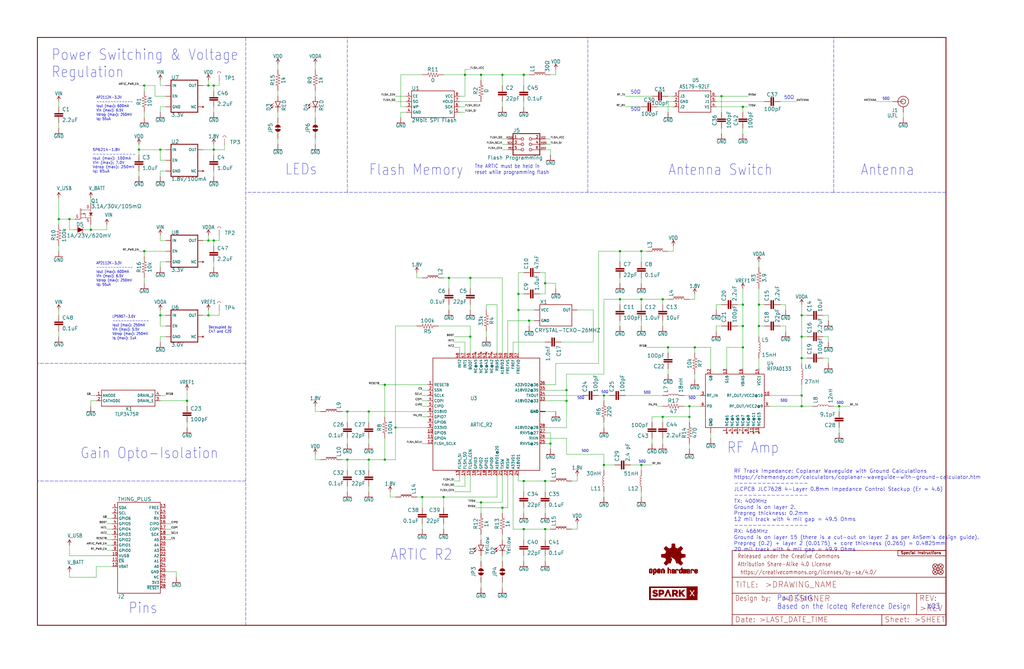
<source format=kicad_sch>
(kicad_sch (version 20211123) (generator eeschema)
  (paper "User" 486.664 317.906)
  (lib_symbols
    (symbol "eagleSchem-eagle-import:0.1UF-0402T-10V-10%-X7R"
      (property "Reference" "C" (at 1.524 2.921 0))
      (property "Value" "0.1UF-0402T-10V-10%-X7R" (at 1.524 -2.159 0))
      (symbol "0.1UF-0402T-10V-10%-X7R_1_0"
        (pin passive line (at 0 5.08 270) (length 2.54) (name "1") (number "1"))
        (pin passive line (at 0 -2.54 90) (length 2.54) (name "2") (number "2"))
      )
    )
    (symbol "eagleSchem-eagle-import:0.1UF-0402T-6.3V-10%-X7R"
      (property "Reference" "C" (at 1.524 2.921 0))
      (property "Value" "0.1UF-0402T-6.3V-10%-X7R" (at 1.524 -2.159 0))
      (symbol "0.1UF-0402T-6.3V-10%-X7R_1_0"
        (pin passive line (at 0 5.08 270) (length 2.54) (name "1") (number "1"))
        (pin passive line (at 0 -2.54 90) (length 2.54) (name "2") (number "2"))
      )
    )
    (symbol "eagleSchem-eagle-import:0OHM-0402T-1{slash}10W"
      (property "Reference" "R" (at 0 1.524 0))
      (property "Value" "0OHM-0402T-1{slash}10W" (at 0 -1.524 0))
      (symbol "0OHM-0402T-1{slash}10W_1_0"
        (pin passive line (at -5.08 0 0) (length 2.54) (name "1") (number "1"))
        (pin passive line (at 5.08 0 180) (length 2.54) (name "2") (number "2"))
      )
    )
    (symbol "eagleSchem-eagle-import:1.0NF{slash}1000PF-0402_TIGHT-50V-10%"
      (property "Reference" "C" (at 1.524 2.921 0))
      (property "Value" "1.0NF{slash}1000PF-0402_TIGHT-50V-10%" (at 1.524 -2.159 0))
      (symbol "1.0NF{slash}1000PF-0402_TIGHT-50V-10%_1_0"
        (pin passive line (at 0 5.08 270) (length 2.54) (name "1") (number "1"))
        (pin passive line (at 0 -2.54 90) (length 2.54) (name "2") (number "2"))
      )
    )
    (symbol "eagleSchem-eagle-import:1.0UF-0402T-16V-10%"
      (property "Reference" "C" (at 1.524 2.921 0))
      (property "Value" "1.0UF-0402T-16V-10%" (at 1.524 -2.159 0))
      (symbol "1.0UF-0402T-16V-10%_1_0"
        (pin passive line (at 0 5.08 270) (length 2.54) (name "1") (number "1"))
        (pin passive line (at 0 -2.54 90) (length 2.54) (name "2") (number "2"))
      )
    )
    (symbol "eagleSchem-eagle-import:1.8V" (power)
      (property "Value" "1.8V" (at 0 2.794 0))
      (symbol "1.8V_1_0"
        (pin power_in line (at 0 0 90) (length 2.54) (name "1.8V") (number "1"))
      )
    )
    (symbol "eagleSchem-eagle-import:100KOHM-0402T-1{slash}16W-1%"
      (property "Reference" "R" (at 0 1.524 0))
      (property "Value" "100KOHM-0402T-1{slash}16W-1%" (at 0 -1.524 0))
      (symbol "100KOHM-0402T-1{slash}16W-1%_1_0"
        (pin passive line (at -5.08 0 0) (length 2.54) (name "1") (number "1"))
        (pin passive line (at 5.08 0 180) (length 2.54) (name "2") (number "2"))
      )
    )
    (symbol "eagleSchem-eagle-import:100PF-0402T-50V-5%"
      (property "Reference" "C" (at 1.524 2.921 0))
      (property "Value" "100PF-0402T-50V-5%" (at 1.524 -2.159 0))
      (symbol "100PF-0402T-50V-5%_1_0"
        (pin passive line (at 0 5.08 270) (length 2.54) (name "1") (number "1"))
        (pin passive line (at 0 -2.54 90) (length 2.54) (name "2") (number "2"))
      )
    )
    (symbol "eagleSchem-eagle-import:10KOHM-0402T-1{slash}16W-1%"
      (property "Reference" "R" (at 0 1.524 0))
      (property "Value" "10KOHM-0402T-1{slash}16W-1%" (at 0 -1.524 0))
      (symbol "10KOHM-0402T-1{slash}16W-1%_1_0"
        (pin passive line (at -5.08 0 0) (length 2.54) (name "1") (number "1"))
        (pin passive line (at 5.08 0 180) (length 2.54) (name "2") (number "2"))
      )
    )
    (symbol "eagleSchem-eagle-import:10UF-0402T-6.3V-20%"
      (property "Reference" "C" (at 1.524 2.921 0))
      (property "Value" "10UF-0402T-6.3V-20%" (at 1.524 -2.159 0))
      (symbol "10UF-0402T-6.3V-20%_1_0"
        (pin passive line (at 0 5.08 270) (length 2.54) (name "1") (number "1"))
        (pin passive line (at 0 -2.54 90) (length 2.54) (name "2") (number "2"))
      )
    )
    (symbol "eagleSchem-eagle-import:12NH-0402"
      (property "Value" "12NH-0402" (at 1.27 -2.54 0))
      (symbol "12NH-0402_1_0"
        (pin passive line (at 0 5.08 270) (length 2.54) (name "1") (number "P$1"))
        (pin passive line (at 0 -5.08 90) (length 2.54) (name "2") (number "P$2"))
      )
    )
    (symbol "eagleSchem-eagle-import:15NH-0402"
      (property "Value" "15NH-0402" (at 1.27 -2.54 0))
      (symbol "15NH-0402_1_0"
        (pin passive line (at 0 5.08 270) (length 2.54) (name "1") (number "P$1"))
        (pin passive line (at 0 -5.08 90) (length 2.54) (name "2") (number "P$2"))
      )
    )
    (symbol "eagleSchem-eagle-import:18NH-0402"
      (property "Value" "18NH-0402" (at 1.27 -2.54 0))
      (symbol "18NH-0402_1_0"
        (pin passive line (at 0 5.08 270) (length 2.54) (name "1") (number "P$1"))
        (pin passive line (at 0 -5.08 90) (length 2.54) (name "2") (number "P$2"))
      )
    )
    (symbol "eagleSchem-eagle-import:1KOHM-0402T-1{slash}16W-1%"
      (property "Reference" "R" (at 0 1.524 0))
      (property "Value" "1KOHM-0402T-1{slash}16W-1%" (at 0 -1.524 0))
      (symbol "1KOHM-0402T-1{slash}16W-1%_1_0"
        (pin passive line (at -5.08 0 0) (length 2.54) (name "1") (number "1"))
        (pin passive line (at 5.08 0 180) (length 2.54) (name "2") (number "2"))
      )
    )
    (symbol "eagleSchem-eagle-import:2.2UF-0402_TIGHT-10V-10%-X5R"
      (property "Reference" "C" (at 1.524 2.921 0))
      (property "Value" "2.2UF-0402_TIGHT-10V-10%-X5R" (at 1.524 -2.159 0))
      (symbol "2.2UF-0402_TIGHT-10V-10%-X5R_1_0"
        (pin passive line (at 0 5.08 270) (length 2.54) (name "1") (number "1"))
        (pin passive line (at 0 -2.54 90) (length 2.54) (name "2") (number "2"))
      )
    )
    (symbol "eagleSchem-eagle-import:2.4PF-0402"
      (property "Value" "2.4PF-0402" (at 1.524 -2.159 0))
      (symbol "2.4PF-0402_1_0"
        (pin passive line (at 0 5.08 270) (length 2.54) (name "1") (number "P$1"))
        (pin passive line (at 0 -2.54 90) (length 2.54) (name "2") (number "P$2"))
      )
    )
    (symbol "eagleSchem-eagle-import:220OHM-0402-TIGHT-1{slash}16W-1%"
      (property "Reference" "R" (at 0 1.524 0))
      (property "Value" "220OHM-0402-TIGHT-1{slash}16W-1%" (at 0 -1.524 0))
      (symbol "220OHM-0402-TIGHT-1{slash}16W-1%_1_0"
        (pin passive line (at -5.08 0 0) (length 2.54) (name "1") (number "1"))
        (pin passive line (at 5.08 0 180) (length 2.54) (name "2") (number "2"))
      )
    )
    (symbol "eagleSchem-eagle-import:22PF-0402T-16V-10%"
      (property "Reference" "C" (at 1.524 2.921 0))
      (property "Value" "22PF-0402T-16V-10%" (at 1.524 -2.159 0))
      (symbol "22PF-0402T-16V-10%_1_0"
        (pin passive line (at 0 5.08 270) (length 2.54) (name "1") (number "1"))
        (pin passive line (at 0 -2.54 90) (length 2.54) (name "2") (number "2"))
      )
    )
    (symbol "eagleSchem-eagle-import:27NH-0402"
      (property "Value" "27NH-0402" (at 1.27 -2.54 0))
      (symbol "27NH-0402_1_0"
        (pin passive line (at 0 5.08 270) (length 2.54) (name "1") (number "P$1"))
        (pin passive line (at 0 -5.08 90) (length 2.54) (name "2") (number "P$2"))
      )
    )
    (symbol "eagleSchem-eagle-import:3.9OHM-0402-TIGHT-1{slash}16W-1%"
      (property "Reference" "R" (at 0 1.524 0))
      (property "Value" "3.9OHM-0402-TIGHT-1{slash}16W-1%" (at 0 -1.524 0))
      (symbol "3.9OHM-0402-TIGHT-1{slash}16W-1%_1_0"
        (pin passive line (at -5.08 0 0) (length 2.54) (name "1") (number "1"))
        (pin passive line (at 5.08 0 180) (length 2.54) (name "2") (number "2"))
      )
    )
    (symbol "eagleSchem-eagle-import:30NH-0402"
      (property "Value" "30NH-0402" (at 1.27 -2.54 0))
      (symbol "30NH-0402_1_0"
        (pin passive line (at 0 5.08 270) (length 2.54) (name "1") (number "P$1"))
        (pin passive line (at 0 -5.08 90) (length 2.54) (name "2") (number "P$2"))
      )
    )
    (symbol "eagleSchem-eagle-import:33KOHM-0402T-1{slash}16W-1%"
      (property "Reference" "R" (at 0 1.524 0))
      (property "Value" "33KOHM-0402T-1{slash}16W-1%" (at 0 -1.524 0))
      (symbol "33KOHM-0402T-1{slash}16W-1%_1_0"
        (pin passive line (at -5.08 0 0) (length 2.54) (name "1") (number "1"))
        (pin passive line (at 5.08 0 180) (length 2.54) (name "2") (number "2"))
      )
    )
    (symbol "eagleSchem-eagle-import:470OHM-0402-TIGHT-1{slash}16W-1%"
      (property "Reference" "R" (at 0 1.524 0))
      (property "Value" "470OHM-0402-TIGHT-1{slash}16W-1%" (at 0 -1.524 0))
      (symbol "470OHM-0402-TIGHT-1{slash}16W-1%_1_0"
        (pin passive line (at -5.08 0 0) (length 2.54) (name "1") (number "1"))
        (pin passive line (at 5.08 0 180) (length 2.54) (name "2") (number "2"))
      )
    )
    (symbol "eagleSchem-eagle-import:47NF-0402_TIGHT-25V-10%-X7R"
      (property "Reference" "C" (at 1.524 2.921 0))
      (property "Value" "47NF-0402_TIGHT-25V-10%-X7R" (at 1.524 -2.159 0))
      (symbol "47NF-0402_TIGHT-25V-10%-X7R_1_0"
        (pin passive line (at 0 5.08 270) (length 2.54) (name "1") (number "1"))
        (pin passive line (at 0 -2.54 90) (length 2.54) (name "2") (number "2"))
      )
    )
    (symbol "eagleSchem-eagle-import:47OHM-0402-TIGHT-1{slash}16W-1%"
      (property "Reference" "R" (at 0 1.524 0))
      (property "Value" "47OHM-0402-TIGHT-1{slash}16W-1%" (at 0 -1.524 0))
      (symbol "47OHM-0402-TIGHT-1{slash}16W-1%_1_0"
        (pin passive line (at -5.08 0 0) (length 2.54) (name "1") (number "1"))
        (pin passive line (at 5.08 0 180) (length 2.54) (name "2") (number "2"))
      )
    )
    (symbol "eagleSchem-eagle-import:51NH-0402"
      (property "Value" "51NH-0402" (at 1.27 -2.54 0))
      (symbol "51NH-0402_1_0"
        (pin passive line (at 0 5.08 270) (length 2.54) (name "1") (number "P$1"))
        (pin passive line (at 0 -5.08 90) (length 2.54) (name "2") (number "P$2"))
      )
    )
    (symbol "eagleSchem-eagle-import:9.1PF-0402-TIGHT"
      (property "Reference" "C" (at 1.524 2.921 0))
      (property "Value" "9.1PF-0402-TIGHT" (at 1.524 -2.159 0))
      (symbol "9.1PF-0402-TIGHT_1_0"
        (pin passive line (at 0 5.08 270) (length 2.54) (name "1") (number "1"))
        (pin passive line (at 0 -2.54 90) (length 2.54) (name "2") (number "2"))
      )
    )
    (symbol "eagleSchem-eagle-import:ARTIC_R2"
      (property "Reference" "U" (at -7.62 5.334 0))
      (property "Value" "ARTIC_R2" (at -7.62 -5.334 0))
      (symbol "ARTIC_R2_1_0"
        (pin bidirectional line (at -27.94 12.7 0) (length 2.54) (name "RESETB") (number "1"))
        (pin bidirectional line (at -27.94 -10.16 0) (length 2.54) (name "GPIO5") (number "10"))
        (pin bidirectional line (at -27.94 -12.7 0) (length 2.54) (name "GPIO4") (number "11"))
        (pin bidirectional line (at -27.94 -15.24 0) (length 2.54) (name "FLSH_SCLK") (number "12"))
        (pin bidirectional line (at -12.7 -30.48 90) (length 2.54) (name "FLSH_SI") (number "13"))
        (pin bidirectional line (at -10.16 -30.48 90) (length 2.54) (name "FLSH_SO") (number "14"))
        (pin bidirectional line (at -7.62 -30.48 90) (length 2.54) (name "FLSH_CEN") (number "15"))
        (pin bidirectional line (at -5.08 -30.48 90) (length 2.54) (name "GPIO3") (number "16"))
        (pin bidirectional line (at -2.54 -30.48 90) (length 2.54) (name "GPIO2") (number "17"))
        (pin bidirectional line (at 0 -30.48 90) (length 2.54) (name "GPIO1") (number "18"))
        (pin bidirectional line (at 2.54 -30.48 90) (length 2.54) (name "GPIO0") (number "19"))
        (pin bidirectional line (at -27.94 10.16 0) (length 2.54) (name "SSN") (number "2"))
        (pin power_in line (at 5.08 -30.48 90) (length 2.54) (name "A18VD1@20") (number "20"))
        (pin bidirectional line (at 7.62 -30.48 90) (length 2.54) (name "TXSW") (number "21"))
        (pin bidirectional line (at 10.16 -30.48 90) (length 2.54) (name "RXSW") (number "22"))
        (pin power_in line (at 12.7 -30.48 90) (length 2.54) (name "A33VD1") (number "23"))
        (pin power_in line (at 15.24 -30.48 90) (length 2.54) (name "A18VD1") (number "24"))
        (pin bidirectional line (at 27.94 -15.24 180) (length 2.54) (name "RXVS@25") (number "25"))
        (pin bidirectional line (at 27.94 -12.7 180) (length 2.54) (name "RXIN") (number "26"))
        (pin bidirectional line (at 27.94 -10.16 180) (length 2.54) (name "RXVS@27") (number "27"))
        (pin power_in line (at 27.94 -7.62 180) (length 2.54) (name "A18VD2@28") (number "28"))
        (pin bidirectional line (at 27.94 0 180) (length 2.54) (name "GND") (number "29"))
        (pin bidirectional line (at -27.94 7.62 0) (length 2.54) (name "SCLK") (number "3"))
        (pin bidirectional line (at 27.94 0 180) (length 2.54) (name "GND") (number "30"))
        (pin bidirectional line (at 27.94 0 180) (length 2.54) (name "GND") (number "31"))
        (pin bidirectional line (at 27.94 0 180) (length 2.54) (name "GND") (number "32"))
        (pin power_in line (at 27.94 5.08 180) (length 2.54) (name "A18VD2@33") (number "33"))
        (pin bidirectional line (at 27.94 7.62 180) (length 2.54) (name "TXOUT") (number "34"))
        (pin power_in line (at 27.94 10.16 180) (length 2.54) (name "A18VD2@35") (number "35"))
        (pin power_in line (at 27.94 12.7 180) (length 2.54) (name "A33VD2@36") (number "36"))
        (pin bidirectional line (at 15.24 27.94 270) (length 2.54) (name "FREFVD") (number "37"))
        (pin bidirectional line (at 12.7 27.94 270) (length 2.54) (name "FREF") (number "38"))
        (pin bidirectional line (at 10.16 27.94 270) (length 2.54) (name "FREFVS") (number "39"))
        (pin bidirectional line (at -27.94 5.08 0) (length 2.54) (name "COPI") (number "4"))
        (pin power_in line (at 7.62 27.94 270) (length 2.54) (name "A18VD3") (number "40"))
        (pin bidirectional line (at 5.08 27.94 270) (length 2.54) (name "RBIAS") (number "41"))
        (pin no_connect line (at 2.54 27.94 270) (length 2.54) (name "NC@42") (number "42"))
        (pin no_connect line (at 0 27.94 270) (length 2.54) (name "NC@43") (number "43"))
        (pin no_connect line (at -2.54 27.94 270) (length 2.54) (name "NC@44") (number "44"))
        (pin no_connect line (at -5.08 27.94 270) (length 2.54) (name "NC@45") (number "45"))
        (pin bidirectional line (at -7.62 27.94 270) (length 2.54) (name "BOOT") (number "46"))
        (pin bidirectional line (at -10.16 27.94 270) (length 2.54) (name "INT1") (number "47"))
        (pin bidirectional line (at -12.7 27.94 270) (length 2.54) (name "INT2") (number "48"))
        (pin bidirectional line (at -27.94 2.54 0) (length 2.54) (name "CIPO") (number "5"))
        (pin power_in line (at -27.94 0 0) (length 2.54) (name "D18VD") (number "6"))
        (pin bidirectional line (at -27.94 -2.54 0) (length 2.54) (name "GPIO7") (number "7"))
        (pin bidirectional line (at -27.94 -5.08 0) (length 2.54) (name "GPIO6") (number "8"))
        (pin power_in line (at -27.94 -7.62 0) (length 2.54) (name "D33VD") (number "9"))
        (pin bidirectional line (at 27.94 0 180) (length 2.54) (name "GND") (number "GND"))
      )
    )
    (symbol "eagleSchem-eagle-import:AS179-92LF"
      (property "Reference" "IC" (at 0 10.16 0))
      (property "Value" "AS179-92LF" (at 0 7.112 0))
      (symbol "AS179-92LF_1_0"
        (pin bidirectional line (at -10.16 2.54 0) (length 2.54) (name "J3") (number "1"))
        (pin power_in line (at -10.16 0 0) (length 2.54) (name "GND") (number "2"))
        (pin bidirectional line (at -10.16 -2.54 0) (length 2.54) (name "J2") (number "3"))
        (pin power_in line (at 10.16 -2.54 180) (length 2.54) (name "V1") (number "4"))
        (pin bidirectional line (at 10.16 0 180) (length 2.54) (name "J1") (number "5"))
        (pin power_in line (at 10.16 2.54 180) (length 2.54) (name "V2") (number "6"))
      )
    )
    (symbol "eagleSchem-eagle-import:AVR_SPI_PROG_3X2TESTPOINTS"
      (property "Reference" "J" (at -5.08 5.588 0))
      (property "Value" "AVR_SPI_PROG_3X2TESTPOINTS" (at -5.08 -7.366 0))
      (symbol "AVR_SPI_PROG_3X2TESTPOINTS_1_0"
        (text "GND" (at 8.001 -2.286 0) (effects (font (size 0.8128 0.8128)) (justify left bottom)))
        (text "MISO" (at -5.207 2.794 0) (effects (font (size 0.8128 0.8128)) (justify right bottom)))
        (text "MOSI" (at 8.001 0.254 0) (effects (font (size 0.8128 0.8128)) (justify left bottom)))
        (text "RST" (at -5.08 -2.286 0) (effects (font (size 0.8128 0.8128)) (justify right bottom)))
        (text "SCK" (at -5.207 0.254 0) (effects (font (size 0.8128 0.8128)) (justify right bottom)))
        (text "VCC" (at 8.001 2.794 0) (effects (font (size 0.8128 0.8128)) (justify left bottom)))
        (pin passive inverted (at -7.62 2.54 0) (length 7.62) (name "1") (number "1"))
        (pin passive inverted (at 10.16 2.54 180) (length 7.62) (name "2") (number "2"))
        (pin passive inverted (at -7.62 0 0) (length 7.62) (name "3") (number "3"))
        (pin passive inverted (at 10.16 0 180) (length 7.62) (name "4") (number "4"))
        (pin passive inverted (at -7.62 -2.54 0) (length 7.62) (name "5") (number "5"))
        (pin passive inverted (at 10.16 -2.54 180) (length 7.62) (name "6") (number "6"))
      )
    )
    (symbol "eagleSchem-eagle-import:CRYSTAL-TCXO-26MHZ"
      (property "Reference" "Y" (at -7.62 5.334 0))
      (property "Value" "CRYSTAL-TCXO-26MHZ" (at -7.62 -5.334 0))
      (symbol "CRYSTAL-TCXO-26MHZ_1_0"
        (pin bidirectional line (at -10.16 -2.54 0) (length 2.54) (name "GND") (number "1"))
        (pin bidirectional line (at -10.16 -2.54 0) (length 2.54) (name "GND") (number "2"))
        (pin bidirectional line (at 10.16 2.54 180) (length 2.54) (name "OUT") (number "3"))
        (pin bidirectional line (at -10.16 2.54 0) (length 2.54) (name "VCC") (number "4"))
      )
    )
    (symbol "eagleSchem-eagle-import:DIODE-SCHOTTKY-BAT20J"
      (property "Reference" "D" (at -2.54 2.032 0))
      (property "Value" "DIODE-SCHOTTKY-BAT20J" (at -2.54 -2.032 0))
      (symbol "DIODE-SCHOTTKY-BAT20J_1_0"
        (pin passive line (at -2.54 0 0) (length 0) (name "A") (number "A"))
        (pin passive line (at 2.54 0 180) (length 0) (name "C") (number "C"))
      )
    )
    (symbol "eagleSchem-eagle-import:FERRITE_BEAD-0402-30OHM-100MHZ"
      (property "Reference" "FB" (at 1.27 2.54 0))
      (property "Value" "FERRITE_BEAD-0402-30OHM-100MHZ" (at 1.27 -2.54 0))
      (symbol "FERRITE_BEAD-0402-30OHM-100MHZ_1_0"
        (pin passive line (at 0 5.08 270) (length 2.54) (name "1") (number "1"))
        (pin passive line (at 0 -5.08 90) (length 2.54) (name "2") (number "2"))
      )
    )
    (symbol "eagleSchem-eagle-import:FIDUCIAL1X2")
    (symbol "eagleSchem-eagle-import:FRAME-LEDGER"
      (symbol "FRAME-LEDGER_2_0"
        (text " https://creativecommons.org/licenses/by-sa/4.0/" (at 2.54 24.13 0) (effects (font (size 1.9304 1.6408)) (justify left bottom)))
        (text ">DESIGNER" (at 23.114 11.176 0) (effects (font (size 2.7432 2.7432)) (justify left bottom)))
        (text ">DRAWING_NAME" (at 15.494 17.78 0) (effects (font (size 2.7432 2.7432)) (justify left bottom)))
        (text ">LAST_DATE_TIME" (at 12.7 1.27 0) (effects (font (size 2.54 2.54)) (justify left bottom)))
        (text ">REV" (at 88.9 6.604 0) (effects (font (size 2.7432 2.7432)) (justify left bottom)))
        (text ">SHEET" (at 86.36 1.27 0) (effects (font (size 2.54 2.54)) (justify left bottom)))
        (text "Attribution Share-Alike 4.0 License" (at 2.54 27.94 0) (effects (font (size 1.9304 1.6408)) (justify left bottom)))
        (text "Date:" (at 1.27 1.27 0) (effects (font (size 2.54 2.54)) (justify left bottom)))
        (text "Design by:" (at 1.27 11.43 0) (effects (font (size 2.54 2.159)) (justify left bottom)))
        (text "Released under the Creative Commons" (at 2.54 31.75 0) (effects (font (size 1.9304 1.6408)) (justify left bottom)))
        (text "REV:" (at 88.9 11.43 0) (effects (font (size 2.54 2.54)) (justify left bottom)))
        (text "Sheet:" (at 72.39 1.27 0) (effects (font (size 2.54 2.54)) (justify left bottom)))
        (text "TITLE:" (at 1.524 17.78 0) (effects (font (size 2.54 2.54)) (justify left bottom)))
      )
    )
    (symbol "eagleSchem-eagle-import:GND" (power)
      (property "Value" "GND" (at 0 -0.254 0))
      (symbol "GND_1_0"
        (pin power_in line (at 0 2.54 270) (length 2.54) (name "GND") (number "1"))
      )
    )
    (symbol "eagleSchem-eagle-import:JUMPER-SMT_2_NC_TRACE_SILK"
      (property "Reference" "JP" (at -2.54 2.54 0))
      (property "Value" "JUMPER-SMT_2_NC_TRACE_SILK" (at -2.54 -2.54 0))
      (symbol "JUMPER-SMT_2_NC_TRACE_SILK_1_0"
        (pin passive line (at -5.08 0 0) (length 2.54) (name "1") (number "1"))
        (pin passive line (at 5.08 0 180) (length 2.54) (name "2") (number "2"))
      )
    )
    (symbol "eagleSchem-eagle-import:LED-RED0603"
      (property "Reference" "D" (at -3.429 -4.572 90))
      (property "Value" "LED-RED0603" (at 1.905 -4.572 90))
      (symbol "LED-RED0603_1_0"
        (pin passive line (at 0 2.54 270) (length 2.54) (name "A") (number "A"))
        (pin passive line (at 0 -5.08 90) (length 2.54) (name "C") (number "C"))
      )
    )
    (symbol "eagleSchem-eagle-import:LED-YELLOW0603"
      (property "Reference" "D" (at -3.429 -4.572 90))
      (property "Value" "LED-YELLOW0603" (at 1.905 -4.572 90))
      (symbol "LED-YELLOW0603_1_0"
        (pin passive line (at 0 2.54 270) (length 2.54) (name "A") (number "A"))
        (pin passive line (at 0 -5.08 90) (length 2.54) (name "C") (number "C"))
      )
    )
    (symbol "eagleSchem-eagle-import:MOSFET_PCH-DMG2307L"
      (property "Reference" "Q" (at 5.08 0 0))
      (property "Value" "MOSFET_PCH-DMG2307L" (at 5.08 -2.54 0))
      (symbol "MOSFET_PCH-DMG2307L_1_0"
        (text "D" (at 0.508 2.54 0) (effects (font (size 1.27 1.0795)) (justify left bottom)))
        (text "G" (at -3.302 -0.508 0) (effects (font (size 1.27 1.0795)) (justify right top)))
        (text "S" (at 0.508 -3.81 0) (effects (font (size 1.27 1.0795)) (justify left bottom)))
        (pin bidirectional line (at -5.08 -2.54 0) (length 2.54) (name "G") (number "1"))
        (pin bidirectional line (at 2.54 -5.08 90) (length 2.54) (name "S") (number "2"))
        (pin bidirectional line (at 2.54 5.08 270) (length 2.54) (name "D") (number "3"))
      )
    )
    (symbol "eagleSchem-eagle-import:OSHW-LOGOS")
    (symbol "eagleSchem-eagle-import:RFPA0133"
      (property "Reference" "IC" (at 16.51 17.78 0))
      (property "Value" "RFPA0133" (at 16.51 15.24 0))
      (symbol "RFPA0133_1_0"
        (pin no_connect line (at -2.54 -15.24 90) (length 2.54) (name "NC@1") (number "1"))
        (pin output line (at 17.78 2.54 180) (length 2.54) (name "RF_OUT/VCC2@10") (number "10"))
        (pin no_connect line (at 10.16 -15.24 90) (length 2.54) (name "NC@11") (number "11"))
        (pin input line (at -10.16 15.24 270) (length 2.54) (name "G8") (number "12"))
        (pin input line (at -2.54 15.24 270) (length 2.54) (name "G16") (number "13"))
        (pin power_in line (at 12.7 15.24 270) (length 2.54) (name "VCC1") (number "14"))
        (pin no_connect line (at 12.7 -15.24 90) (length 2.54) (name "NC@15") (number "15"))
        (pin power_in line (at 5.08 15.24 270) (length 2.54) (name "VBIAS") (number "16"))
        (pin power_in line (at -10.16 -15.24 90) (length 2.54) (name "GND") (number "2"))
        (pin input line (at -15.24 2.54 0) (length 2.54) (name "RF_IN") (number "3"))
        (pin no_connect line (at 0 -15.24 90) (length 2.54) (name "NC@4") (number "4"))
        (pin no_connect line (at 2.54 -15.24 90) (length 2.54) (name "NC@5") (number "5"))
        (pin input line (at -15.24 -2.54 0) (length 2.54) (name "PD") (number "6"))
        (pin no_connect line (at 5.08 -15.24 90) (length 2.54) (name "NC@7") (number "7"))
        (pin no_connect line (at 7.62 -15.24 90) (length 2.54) (name "NC@8") (number "8"))
        (pin output line (at 17.78 -2.54 180) (length 2.54) (name "RF_OUT/VCC2@9") (number "9"))
        (pin power_in line (at -10.16 -15.24 90) (length 2.54) (name "GND") (number "EDAP"))
      )
    )
    (symbol "eagleSchem-eagle-import:SPARKX-LOGO4")
    (symbol "eagleSchem-eagle-import:SPECIAL_INSTRUCTIONS-ORDERING"
      (symbol "SPECIAL_INSTRUCTIONS-ORDERING_1_0"
        (text "Special Instructions" (at 1.27 0.6985 0) (effects (font (size 1.27 1.27) (thickness 0.254) bold) (justify left bottom)))
      )
    )
    (symbol "eagleSchem-eagle-import:SST25VF020BSO08_INDUSTRIAL_TEMP"
      (property "Reference" "U" (at -10.16 5.334 0))
      (property "Value" "SST25VF020BSO08_INDUSTRIAL_TEMP" (at -10.16 -7.874 0))
      (symbol "SST25VF020BSO08_INDUSTRIAL_TEMP_1_0"
        (pin bidirectional line (at -12.7 2.54 0) (length 2.54) (name "CE") (number "1"))
        (pin bidirectional line (at -12.7 0 0) (length 2.54) (name "SO") (number "2"))
        (pin bidirectional line (at -12.7 -2.54 0) (length 2.54) (name "WP") (number "3"))
        (pin power_in line (at -12.7 -5.08 0) (length 2.54) (name "GND") (number "4"))
        (pin bidirectional line (at 12.7 -5.08 180) (length 2.54) (name "SI") (number "5"))
        (pin bidirectional line (at 12.7 -2.54 180) (length 2.54) (name "SCK") (number "6"))
        (pin bidirectional line (at 12.7 0 180) (length 2.54) (name "HOLD") (number "7"))
        (pin power_in line (at 12.7 2.54 180) (length 2.54) (name "VCC") (number "8"))
      )
    )
    (symbol "eagleSchem-eagle-import:TEST-POINTTP_15TH_THRU"
      (property "Reference" "TP" (at -2.54 2.54 0))
      (property "Value" "TEST-POINTTP_15TH_THRU" (at -2.54 -2.54 0))
      (symbol "TEST-POINTTP_15TH_THRU_1_0"
        (pin bidirectional line (at 0 0 180) (length 0) (name "1") (number "P$1"))
      )
    )
    (symbol "eagleSchem-eagle-import:THING_PLUS"
      (property "Reference" "J" (at -10.16 -33.02 0))
      (property "Value" "THING_PLUS" (at -10.16 13.208 0))
      (symbol "THING_PLUS_1_0"
        (pin bidirectional line (at -12.7 10.16 0) (length 2.54) (name "SDA") (number "1"))
        (pin bidirectional line (at -12.7 -12.7 0) (length 2.54) (name "VUSB") (number "10"))
        (pin bidirectional line (at -12.7 -15.24 0) (length 2.54) (name "~{EN}") (number "11"))
        (pin bidirectional line (at -12.7 -17.78 0) (length 2.54) (name "VBAT") (number "12"))
        (pin bidirectional line (at 12.7 10.16 180) (length 2.54) (name "FREE") (number "13"))
        (pin bidirectional line (at 12.7 7.62 180) (length 2.54) (name "TX") (number "14"))
        (pin bidirectional line (at 12.7 5.08 180) (length 2.54) (name "RX") (number "15"))
        (pin bidirectional line (at 12.7 2.54 180) (length 2.54) (name "CIPO") (number "16"))
        (pin bidirectional line (at 12.7 0 180) (length 2.54) (name "COPI") (number "17"))
        (pin bidirectional line (at 12.7 -2.54 180) (length 2.54) (name "SCK") (number "18"))
        (pin bidirectional line (at 12.7 -5.08 180) (length 2.54) (name "A5") (number "19"))
        (pin bidirectional line (at -12.7 7.62 0) (length 2.54) (name "SCL") (number "2"))
        (pin bidirectional line (at 12.7 -7.62 180) (length 2.54) (name "A4") (number "20"))
        (pin bidirectional line (at 12.7 -10.16 180) (length 2.54) (name "A3") (number "21"))
        (pin bidirectional line (at 12.7 -12.7 180) (length 2.54) (name "A2") (number "22"))
        (pin bidirectional line (at 12.7 -15.24 180) (length 2.54) (name "A1") (number "23"))
        (pin bidirectional line (at 12.7 -17.78 180) (length 2.54) (name "A0") (number "24"))
        (pin bidirectional line (at 12.7 -20.32 180) (length 2.54) (name "GND") (number "25"))
        (pin bidirectional line (at 12.7 -22.86 180) (length 2.54) (name "NC") (number "26"))
        (pin bidirectional line (at 12.7 -25.4 180) (length 2.54) (name "3V3") (number "27"))
        (pin bidirectional line (at 12.7 -27.94 180) (length 2.54) (name "~{RESET}") (number "28"))
        (pin bidirectional line (at -12.7 5.08 0) (length 2.54) (name "GPIO6") (number "3"))
        (pin bidirectional line (at -12.7 2.54 0) (length 2.54) (name "GPIO5") (number "4"))
        (pin bidirectional line (at -12.7 0 0) (length 2.54) (name "GPIO4") (number "5"))
        (pin bidirectional line (at -12.7 -2.54 0) (length 2.54) (name "GPIO3") (number "6"))
        (pin bidirectional line (at -12.7 -5.08 0) (length 2.54) (name "GPIO2") (number "7"))
        (pin bidirectional line (at -12.7 -7.62 0) (length 2.54) (name "GPIO1") (number "8"))
        (pin bidirectional line (at -12.7 -10.16 0) (length 2.54) (name "GPIO0") (number "9"))
      )
    )
    (symbol "eagleSchem-eagle-import:TLP3475R"
      (property "Reference" "K" (at -3.81 6.35 0))
      (property "Value" "TLP3475R" (at -3.81 3.81 0))
      (symbol "TLP3475R_1_0"
        (pin bidirectional line (at -15.24 0 0) (length 2.54) (name "ANODE") (number "1"))
        (pin bidirectional line (at -15.24 -2.54 0) (length 2.54) (name "CATHODE") (number "2"))
        (pin bidirectional line (at 15.24 -2.54 180) (length 2.54) (name "DRAIN_1") (number "3"))
        (pin bidirectional line (at 15.24 0 180) (length 2.54) (name "DRAIN_2") (number "4"))
      )
    )
    (symbol "eagleSchem-eagle-import:U.FL2PIN"
      (property "Reference" "J" (at 2.54 -5.08 0))
      (property "Value" "U.FL2PIN" (at 2.54 -7.62 0))
      (symbol "U.FL2PIN_1_0"
        (pin bidirectional line (at 0 -5.08 90) (length 2.54) (name "GND") (number "1"))
        (pin bidirectional line (at 0 -5.08 90) (length 2.54) (name "GND") (number "2"))
        (pin bidirectional line (at 5.08 0 180) (length 5.08) (name "SIGNAL") (number "FEED"))
      )
    )
    (symbol "eagleSchem-eagle-import:VDD" (power)
      (property "Value" "VDD" (at 0 2.794 0))
      (symbol "VDD_1_0"
        (pin power_in line (at 0 0 90) (length 2.54) (name "VDD") (number "1"))
      )
    )
    (symbol "eagleSchem-eagle-import:VDDA" (power)
      (property "Value" "VDDA" (at 0 2.794 0))
      (symbol "VDDA_1_0"
        (pin power_in line (at 0 0 90) (length 2.54) (name "VDDA") (number "1"))
      )
    )
    (symbol "eagleSchem-eagle-import:VIN" (power)
      (property "Value" "VIN" (at 0 2.794 0))
      (symbol "VIN_1_0"
        (pin power_in line (at 0 0 90) (length 2.54) (name "VIN") (number "1"))
      )
    )
    (symbol "eagleSchem-eagle-import:VREF1" (power)
      (property "Value" "VREF1" (at 0 2.794 0))
      (symbol "VREF1_1_0"
        (pin power_in line (at 0 0 90) (length 2.54) (name "VREF1") (number "1"))
      )
    )
    (symbol "eagleSchem-eagle-import:V_BATT" (power)
      (property "Value" "V_BATT" (at 0 2.794 0))
      (symbol "V_BATT_1_0"
        (pin power_in line (at 0 0 90) (length 2.54) (name "V_BATT") (number "1"))
      )
    )
    (symbol "eagleSchem-eagle-import:V_REG_AP2112K-3.3V"
      (property "Reference" "U" (at -7.62 7.874 0))
      (property "Value" "V_REG_AP2112K-3.3V" (at -7.62 -7.874 0))
      (symbol "V_REG_AP2112K-3.3V_1_0"
        (pin input line (at -10.16 5.08 0) (length 2.54) (name "IN") (number "1"))
        (pin input line (at -10.16 -5.08 0) (length 2.54) (name "GND") (number "2"))
        (pin input line (at -10.16 0 0) (length 2.54) (name "EN") (number "3"))
        (pin no_connect line (at 7.62 -5.08 180) (length 2.54) (name "NC") (number "4"))
        (pin passive line (at 7.62 5.08 180) (length 2.54) (name "OUT") (number "5"))
      )
    )
    (symbol "eagleSchem-eagle-import:V_REG_LP5907SOT23-3.0V"
      (property "Reference" "U" (at -7.62 7.874 0))
      (property "Value" "V_REG_LP5907SOT23-3.0V" (at -7.62 -7.874 0))
      (symbol "V_REG_LP5907SOT23-3.0V_1_0"
        (pin input line (at -10.16 5.08 0) (length 2.54) (name "IN") (number "1"))
        (pin input line (at -10.16 -5.08 0) (length 2.54) (name "GND") (number "2"))
        (pin input line (at -10.16 0 0) (length 2.54) (name "EN") (number "3"))
        (pin no_connect line (at 7.62 -5.08 180) (length 2.54) (name "NC") (number "4"))
        (pin passive line (at 7.62 5.08 180) (length 2.54) (name "OUT") (number "5"))
      )
    )
    (symbol "eagleSchem-eagle-import:V_REG_SP6214-1.8V"
      (property "Reference" "U" (at -7.62 7.874 0))
      (property "Value" "V_REG_SP6214-1.8V" (at -7.62 -7.874 0))
      (symbol "V_REG_SP6214-1.8V_1_0"
        (pin input line (at -10.16 5.08 0) (length 2.54) (name "IN") (number "1"))
        (pin input line (at -10.16 -5.08 0) (length 2.54) (name "GND") (number "2"))
        (pin input line (at -10.16 0 0) (length 2.54) (name "EN") (number "3"))
        (pin no_connect line (at 7.62 -5.08 180) (length 2.54) (name "NC") (number "4"))
        (pin passive line (at 7.62 5.08 180) (length 2.54) (name "OUT") (number "5"))
      )
    )
    (symbol "eagleSchem-eagle-import:V_USB" (power)
      (property "Value" "V_USB" (at 0 2.794 0))
      (symbol "V_USB_1_0"
        (pin power_in line (at 0 0 90) (length 2.54) (name "V_USB") (number "1"))
      )
    )
  )
  (junction (at 251.46 152.4))
  (junction (at 353.06 144.78))
  (junction (at 248.92 35.56))
  (junction (at 360.68 144.78))
  (junction (at 88.9 190.5))
  (junction (at 228.6 35.56))
  (junction (at 304.8 220.98))
  (junction (at 381 149.86))
  (junction (at 99.06 114.3))
  (junction (at 259.08 134.62))
  (junction (at 200.66 236.22))
  (junction (at 360.68 154.94))
  (junction (at 210.82 236.22))
  (junction (at 381 193.04))
  (junction (at 353.06 154.94))
  (junction (at 381 160.02))
  (junction (at 248.92 228.6))
  (junction (at 68.58 119.38))
  (junction (at 353.06 165.1))
  (junction (at 101.6 71.12))
  (junction (at 76.2 149.86))
  (junction (at 101.6 40.64))
  (junction (at 330.2 165.1))
  (junction (at 327.66 193.04))
  (junction (at 381 170.18))
  (junction (at 175.26 195.58))
  (junction (at 248.92 251.46))
  (junction (at 246.38 147.32))
  (junction (at 238.76 241.3))
  (junction (at 99.06 40.64))
  (junction (at 182.88 218.44))
  (junction (at 228.6 238.76))
  (junction (at 27.94 104.14))
  (junction (at 220.98 35.56))
  (junction (at 43.18 109.22))
  (junction (at 33.02 104.14))
  (junction (at 175.26 218.44))
  (junction (at 261.62 210.82))
  (junction (at 287.02 187.96))
  (junction (at 246.38 139.7))
  (junction (at 269.24 185.42))
  (junction (at 269.24 190.5))
  (junction (at 99.06 149.86))
  (junction (at 304.8 142.24))
  (junction (at 353.06 50.8))
  (junction (at 165.1 195.58))
  (junction (at 68.58 40.64))
  (junction (at 342.9 45.72))
  (junction (at 259.08 228.6))
  (junction (at 66.04 71.12))
  (junction (at 314.96 142.24))
  (junction (at 294.64 142.24))
  (junction (at 223.52 160.02))
  (junction (at 238.76 35.56))
  (junction (at 165.1 218.44))
  (junction (at 287.02 220.98))
  (junction (at 187.96 203.2))
  (junction (at 76.2 71.12))
  (junction (at 294.64 119.38))
  (junction (at 314.96 198.12))
  (junction (at 381 187.96))
  (junction (at 101.6 114.3))
  (junction (at 213.36 132.08))
  (junction (at 182.88 182.88))
  (junction (at 327.66 198.12))
  (junction (at 259.08 251.46))
  (junction (at 317.5 165.1))
  (junction (at 398.78 193.04))
  (junction (at 223.52 132.08))
  (junction (at 304.8 119.38))
  (wire (pts (xy 294.64 142.24) (xy 304.8 142.24)))
  (wire (pts (xy 259.08 266.7) (xy 259.08 264.16)))
  (wire (pts (xy 210.82 241.3) (xy 210.82 236.22)))
  (wire (pts (xy 259.08 68.58) (xy 261.62 68.58)))
  (wire (pts (xy 220.98 45.72) (xy 220.98 35.56)))
  (wire (pts (xy 203.2 198.12) (xy 200.66 198.12)))
  (wire (pts (xy 287.02 187.96) (xy 289.56 187.96)))
  (wire (pts (xy 73.66 45.72) (xy 73.66 40.64)))
  (wire (pts (xy 203.2 193.04) (xy 200.66 193.04)))
  (wire (pts (xy 360.68 160.02) (xy 360.68 154.94)))
  (wire (pts (xy 81.28 256.54) (xy 78.74 256.54)))
  (wire (pts (xy 248.92 139.7) (xy 246.38 139.7)))
  (wire (pts (xy 269.24 203.2) (xy 269.24 190.5)))
  (wire (pts (xy 398.78 193.04) (xy 398.78 195.58)))
  (wire (pts (xy 203.2 210.82) (xy 200.66 210.82)))
  (wire (pts (xy 248.92 228.6) (xy 259.08 228.6)))
  (wire (pts (xy 381 170.18) (xy 381 160.02)))
  (wire (pts (xy 259.08 205.74) (xy 261.62 205.74)))
  (wire (pts (xy 284.48 187.96) (xy 287.02 187.96)))
  (wire (pts (xy 78.74 254) (xy 81.28 254)))
  (wire (pts (xy 429.26 55.88) (xy 429.26 53.34)))
  (wire (pts (xy 220.98 226.06) (xy 220.98 231.14)))
  (wire (pts (xy 96.52 114.3) (xy 99.06 114.3)))
  (wire (pts (xy 165.1 223.52) (xy 165.1 218.44)))
  (wire (pts (xy 342.9 45.72) (xy 355.6 45.72)))
  (wire (pts (xy 345.44 175.26) (xy 345.44 165.1)))
  (wire (pts (xy 363.22 144.78) (xy 360.68 144.78)))
  (wire (pts (xy 53.34 261.62) (xy 50.8 261.62)))
  (wire (pts (xy 187.96 154.94) (xy 187.96 203.2)))
  (wire (pts (xy 76.2 81.28) (xy 76.2 83.82)))
  (wire (pts (xy 398.78 193.04) (xy 403.86 193.04)))
  (wire (pts (xy 149.86 53.34) (xy 149.86 55.88)))
  (wire (pts (xy 99.06 40.64) (xy 99.06 38.1)))
  (wire (pts (xy 228.6 243.84) (xy 228.6 238.76)))
  (wire (pts (xy 248.92 50.8) (xy 248.92 48.26)))
  (wire (pts (xy 383.54 160.02) (xy 381 160.02)))
  (wire (pts (xy 78.74 154.94) (xy 76.2 154.94)))
  (wire (pts (xy 76.2 114.3) (xy 76.2 111.76)))
  (wire (pts (xy 218.44 226.06) (xy 218.44 228.6)))
  (wire (pts (xy 383.54 149.86) (xy 381 149.86)))
  (wire (pts (xy 330.2 142.24) (xy 327.66 142.24)))
  (wire (pts (xy 78.74 81.28) (xy 76.2 81.28)))
  (polyline (pts (xy 396.24 91.44) (xy 165.1 91.44)))
  (wire (pts (xy 264.16 137.16) (xy 264.16 134.62)))
  (wire (pts (xy 241.3 226.06) (xy 241.3 241.3)))
  (wire (pts (xy 132.08 53.34) (xy 132.08 55.88)))
  (wire (pts (xy 220.98 35.56) (xy 220.98 33.02)))
  (wire (pts (xy 238.76 243.84) (xy 238.76 241.3)))
  (wire (pts (xy 175.26 200.66) (xy 175.26 195.58)))
  (wire (pts (xy 294.64 134.62) (xy 294.64 132.08)))
  (wire (pts (xy 370.84 144.78) (xy 373.38 144.78)))
  (wire (pts (xy 45.72 269.24) (xy 45.72 274.32)))
  (wire (pts (xy 236.22 167.64) (xy 236.22 144.78)))
  (wire (pts (xy 269.24 208.28) (xy 269.24 215.9)))
  (wire (pts (xy 259.08 162.56) (xy 243.84 162.56)))
  (wire (pts (xy 96.52 149.86) (xy 99.06 149.86)))
  (wire (pts (xy 104.14 38.1) (xy 104.14 40.64)))
  (wire (pts (xy 386.08 193.04) (xy 381 193.04)))
  (wire (pts (xy 314.96 198.12) (xy 309.88 198.12)))
  (wire (pts (xy 259.08 208.28) (xy 269.24 208.28)))
  (wire (pts (xy 294.64 124.46) (xy 294.64 119.38)))
  (wire (pts (xy 299.72 220.98) (xy 304.8 220.98)))
  (wire (pts (xy 259.08 66.04) (xy 261.62 66.04)))
  (wire (pts (xy 182.88 182.88) (xy 180.34 182.88)))
  (wire (pts (xy 78.74 124.46) (xy 76.2 124.46)))
  (wire (pts (xy 246.38 167.64) (xy 246.38 147.32)))
  (wire (pts (xy 337.82 165.1) (xy 330.2 165.1)))
  (wire (pts (xy 66.04 71.12) (xy 66.04 68.58)))
  (wire (pts (xy 78.74 160.02) (xy 76.2 160.02)))
  (wire (pts (xy 264.16 35.56) (xy 261.62 35.56)))
  (wire (pts (xy 246.38 147.32) (xy 254 147.32)))
  (wire (pts (xy 373.38 154.94) (xy 373.38 157.48)))
  (wire (pts (xy 218.44 228.6) (xy 215.9 228.6)))
  (wire (pts (xy 259.08 251.46) (xy 261.62 251.46)))
  (wire (pts (xy 259.08 256.54) (xy 259.08 251.46)))
  (wire (pts (xy 269.24 215.9) (xy 287.02 215.9)))
  (wire (pts (xy 317.5 165.1) (xy 307.34 165.1)))
  (wire (pts (xy 238.76 276.86) (xy 238.76 279.4)))
  (polyline (pts (xy 116.84 228.6) (xy 17.78 228.6)))
  (wire (pts (xy 223.52 226.06) (xy 223.52 233.68)))
  (wire (pts (xy 218.44 167.64) (xy 218.44 165.1)))
  (wire (pts (xy 309.88 208.28) (xy 309.88 210.82)))
  (wire (pts (xy 281.94 162.56) (xy 266.7 162.56)))
  (wire (pts (xy 78.74 187.96) (xy 76.2 187.96)))
  (wire (pts (xy 193.04 53.34) (xy 190.5 53.34)))
  (wire (pts (xy 96.52 40.64) (xy 99.06 40.64)))
  (wire (pts (xy 314.96 208.28) (xy 314.96 210.82)))
  (wire (pts (xy 104.14 40.64) (xy 101.6 40.64)))
  (wire (pts (xy 330.2 180.34) (xy 330.2 177.8)))
  (wire (pts (xy 353.06 165.1) (xy 353.06 175.26)))
  (wire (pts (xy 259.08 190.5) (xy 269.24 190.5)))
  (wire (pts (xy 190.5 35.56) (xy 200.66 35.56)))
  (wire (pts (xy 220.98 231.14) (xy 215.9 231.14)))
  (wire (pts (xy 327.66 200.66) (xy 327.66 198.12)))
  (wire (pts (xy 248.92 266.7) (xy 248.92 264.16)))
  (wire (pts (xy 284.48 172.72) (xy 284.48 119.38)))
  (wire (pts (xy 259.08 187.96) (xy 276.86 187.96)))
  (wire (pts (xy 132.08 43.18) (xy 132.08 45.72)))
  (wire (pts (xy 238.76 238.76) (xy 228.6 238.76)))
  (wire (pts (xy 261.62 71.12) (xy 261.62 73.66)))
  (wire (pts (xy 223.52 137.16) (xy 223.52 132.08)))
  (wire (pts (xy 342.9 63.5) (xy 342.9 60.96)))
  (wire (pts (xy 330.2 139.7) (xy 330.2 142.24)))
  (wire (pts (xy 187.96 203.2) (xy 187.96 218.44)))
  (wire (pts (xy 78.74 45.72) (xy 73.66 45.72)))
  (wire (pts (xy 342.9 53.34) (xy 342.9 45.72)))
  (wire (pts (xy 182.88 218.44) (xy 175.26 218.44)))
  (wire (pts (xy 340.36 45.72) (xy 342.9 45.72)))
  (wire (pts (xy 223.52 154.94) (xy 223.52 160.02)))
  (wire (pts (xy 53.34 269.24) (xy 45.72 269.24)))
  (wire (pts (xy 149.86 195.58) (xy 152.4 195.58)))
  (wire (pts (xy 248.92 233.68) (xy 248.92 228.6)))
  (wire (pts (xy 78.74 40.64) (xy 76.2 40.64)))
  (wire (pts (xy 101.6 40.64) (xy 99.06 40.64)))
  (wire (pts (xy 246.38 129.54) (xy 246.38 139.7)))
  (wire (pts (xy 304.8 144.78) (xy 304.8 142.24)))
  (wire (pts (xy 27.94 93.98) (xy 27.94 104.14)))
  (wire (pts (xy 317.5 167.64) (xy 317.5 165.1)))
  (wire (pts (xy 269.24 185.42) (xy 269.24 177.8)))
  (wire (pts (xy 149.86 66.04) (xy 149.86 68.58)))
  (wire (pts (xy 213.36 147.32) (xy 213.36 144.78)))
  (wire (pts (xy 27.94 58.42) (xy 27.94 60.96)))
  (wire (pts (xy 259.08 233.68) (xy 259.08 228.6)))
  (wire (pts (xy 370.84 48.26) (xy 378.46 48.26)))
  (wire (pts (xy 203.2 190.5) (xy 200.66 190.5)))
  (wire (pts (xy 203.2 185.42) (xy 200.66 185.42)))
  (wire (pts (xy 218.44 48.26) (xy 228.6 48.26)))
  (wire (pts (xy 238.76 264.16) (xy 238.76 266.7)))
  (wire (pts (xy 259.08 185.42) (xy 269.24 185.42)))
  (wire (pts (xy 213.36 137.16) (xy 213.36 132.08)))
  (wire (pts (xy 309.88 200.66) (xy 309.88 198.12)))
  (wire (pts (xy 198.12 129.54) (xy 198.12 132.08)))
  (wire (pts (xy 175.26 210.82) (xy 175.26 208.28)))
  (wire (pts (xy 259.08 228.6) (xy 261.62 228.6)))
  (wire (pts (xy 238.76 40.64) (xy 238.76 35.56)))
  (wire (pts (xy 149.86 43.18) (xy 149.86 45.72)))
  (wire (pts (xy 246.38 226.06) (xy 246.38 228.6)))
  (wire (pts (xy 325.12 187.96) (xy 332.74 187.96)))
  (wire (pts (xy 383.54 170.18) (xy 381 170.18)))
  (wire (pts (xy 198.12 154.94) (xy 187.96 154.94)))
  (wire (pts (xy 424.18 48.26) (xy 416.56 48.26)))
  (wire (pts (xy 360.68 137.16) (xy 360.68 144.78)))
  (wire (pts (xy 76.2 124.46) (xy 76.2 127)))
  (wire (pts (xy 304.8 233.68) (xy 304.8 236.22)))
  (wire (pts (xy 243.84 162.56) (xy 243.84 167.64)))
  (wire (pts (xy 246.38 139.7) (xy 246.38 147.32)))
  (wire (pts (xy 210.82 251.46) (xy 210.82 248.92)))
  (wire (pts (xy 88.9 193.04) (xy 88.9 190.5)))
  (wire (pts (xy 353.06 63.5) (xy 353.06 60.96)))
  (wire (pts (xy 241.3 152.4) (xy 251.46 152.4)))
  (wire (pts (xy 68.58 43.18) (xy 68.58 40.64)))
  (wire (pts (xy 76.2 71.12) (xy 66.04 71.12)))
  (wire (pts (xy 228.6 38.1) (xy 228.6 35.56)))
  (wire (pts (xy 320.04 48.26) (xy 317.5 48.26)))
  (wire (pts (xy 223.52 132.08) (xy 213.36 132.08)))
  (wire (pts (xy 365.76 187.96) (xy 381 187.96)))
  (wire (pts (xy 314.96 193.04) (xy 312.42 193.04)))
  (wire (pts (xy 40.64 109.22) (xy 43.18 109.22)))
  (polyline (pts (xy 116.84 172.72) (xy 17.78 172.72)))
  (polyline (pts (xy 449.58 91.44) (xy 396.24 91.44)))
  (wire (pts (xy 350.52 154.94) (xy 353.06 154.94)))
  (wire (pts (xy 76.2 190.5) (xy 88.9 190.5)))
  (wire (pts (xy 223.52 147.32) (xy 223.52 144.78)))
  (wire (pts (xy 104.14 111.76) (xy 104.14 114.3)))
  (wire (pts (xy 314.96 200.66) (xy 314.96 198.12)))
  (wire (pts (xy 193.04 48.26) (xy 187.96 48.26)))
  (wire (pts (xy 353.06 154.94) (xy 353.06 144.78)))
  (wire (pts (xy 165.1 195.58) (xy 162.56 195.58)))
  (wire (pts (xy 274.32 147.32) (xy 281.94 147.32)))
  (wire (pts (xy 53.34 256.54) (xy 50.8 256.54)))
  (wire (pts (xy 287.02 215.9) (xy 287.02 220.98)))
  (wire (pts (xy 345.44 165.1) (xy 353.06 165.1)))
  (wire (pts (xy 309.88 45.72) (xy 297.18 45.72)))
  (wire (pts (xy 274.32 248.92) (xy 274.32 251.46)))
  (wire (pts (xy 68.58 132.08) (xy 68.58 134.62)))
  (wire (pts (xy 193.04 45.72) (xy 187.96 45.72)))
  (wire (pts (xy 254 152.4) (xy 251.46 152.4)))
  (wire (pts (xy 241.3 68.58) (xy 238.76 68.58)))
  (wire (pts (xy 78.74 251.46) (xy 81.28 251.46)))
  (wire (pts (xy 78.74 119.38) (xy 68.58 119.38)))
  (wire (pts (xy 238.76 132.08) (xy 223.52 132.08)))
  (wire (pts (xy 101.6 81.28) (xy 101.6 83.82)))
  (wire (pts (xy 73.66 40.64) (xy 68.58 40.64)))
  (wire (pts (xy 317.5 48.26) (xy 317.5 53.34)))
  (wire (pts (xy 238.76 35.56) (xy 248.92 35.56)))
  (wire (pts (xy 365.76 193.04) (xy 381 193.04)))
  (wire (pts (xy 210.82 35.56) (xy 220.98 35.56)))
  (wire (pts (xy 281.94 147.32) (xy 281.94 162.56)))
  (polyline (pts (xy 165.1 91.44) (xy 165.1 17.78)))
  (wire (pts (xy 393.7 170.18) (xy 393.7 172.72)))
  (wire (pts (xy 269.24 177.8) (xy 287.02 177.8)))
  (wire (pts (xy 193.04 50.8) (xy 190.5 50.8)))
  (wire (pts (xy 304.8 124.46) (xy 304.8 119.38)))
  (wire (pts (xy 259.08 195.58) (xy 264.16 195.58)))
  (wire (pts (xy 88.9 190.5) (xy 88.9 185.42)))
  (wire (pts (xy 320.04 119.38) (xy 317.5 119.38)))
  (wire (pts (xy 274.32 228.6) (xy 271.78 228.6)))
  (wire (pts (xy 35.56 104.14) (xy 33.02 104.14)))
  (wire (pts (xy 248.92 251.46) (xy 259.08 251.46)))
  (wire (pts (xy 259.08 203.2) (xy 269.24 203.2)))
  (wire (pts (xy 337.82 205.74) (xy 337.82 208.28)))
  (wire (pts (xy 294.64 154.94) (xy 294.64 152.4)))
  (wire (pts (xy 330.2 165.1) (xy 317.5 165.1)))
  (wire (pts (xy 259.08 139.7) (xy 259.08 134.62)))
  (wire (pts (xy 320.04 45.72) (xy 317.5 45.72)))
  (wire (pts (xy 243.84 251.46) (xy 248.92 251.46)))
  (wire (pts (xy 287.02 190.5) (xy 287.02 187.96)))
  (wire (pts (xy 27.94 157.48) (xy 27.94 160.02)))
  (wire (pts (xy 264.16 134.62) (xy 259.08 134.62)))
  (wire (pts (xy 223.52 233.68) (xy 215.9 233.68)))
  (wire (pts (xy 149.86 33.02) (xy 149.86 30.48)))
  (wire (pts (xy 33.02 264.16) (xy 33.02 259.08)))
  (wire (pts (xy 43.18 109.22) (xy 50.8 109.22)))
  (wire (pts (xy 43.18 187.96) (xy 45.72 187.96)))
  (wire (pts (xy 99.06 114.3) (xy 99.06 111.76)))
  (wire (pts (xy 175.26 223.52) (xy 175.26 218.44)))
  (wire (pts (xy 78.74 76.2) (xy 76.2 76.2)))
  (wire (pts (xy 27.94 106.68) (xy 27.94 104.14)))
  (wire (pts (xy 340.36 50.8) (xy 353.06 50.8)))
  (wire (pts (xy 327.66 198.12) (xy 314.96 198.12)))
  (wire (pts (xy 76.2 40.64) (xy 76.2 38.1)))
  (wire (pts (xy 78.74 248.92) (xy 81.28 248.92)))
  (wire (pts (xy 76.2 160.02) (xy 76.2 162.56)))
  (wire (pts (xy 304.8 134.62) (xy 304.8 132.08)))
  (wire (pts (xy 218.44 165.1) (xy 215.9 165.1)))
  (wire (pts (xy 27.94 119.38) (xy 27.94 116.84)))
  (wire (pts (xy 248.92 129.54) (xy 246.38 129.54)))
  (wire (pts (xy 360.68 154.94) (xy 363.22 154.94)))
  (wire (pts (xy 106.68 68.58) (xy 106.68 71.12)))
  (wire (pts (xy 53.34 254) (xy 50.8 254)))
  (wire (pts (xy 317.5 175.26) (xy 317.5 177.8)))
  (wire (pts (xy 231.14 144.78) (xy 231.14 147.32)))
  (wire (pts (xy 78.74 114.3) (xy 76.2 114.3)))
  (wire (pts (xy 99.06 149.86) (xy 104.14 149.86)))
  (wire (pts (xy 101.6 71.12) (xy 101.6 68.58)))
  (wire (pts (xy 104.14 114.3) (xy 101.6 114.3)))
  (wire (pts (xy 175.26 195.58) (xy 165.1 195.58)))
  (wire (pts (xy 68.58 119.38) (xy 68.58 121.92)))
  (wire (pts (xy 76.2 50.8) (xy 76.2 53.34)))
  (wire (pts (xy 248.92 35.56) (xy 251.46 35.56)))
  (wire (pts (xy 304.8 119.38) (xy 307.34 119.38)))
  (polyline (pts (xy 396.24 91.44) (xy 396.24 17.78)))
  (wire (pts (xy 33.02 109.22) (xy 35.56 109.22)))
  (wire (pts (xy 182.88 218.44) (xy 182.88 208.28)))
  (wire (pts (xy 246.38 228.6) (xy 248.92 228.6)))
  (wire (pts (xy 381 187.96) (xy 381 182.88)))
  (wire (pts (xy 101.6 73.66) (xy 101.6 71.12)))
  (wire (pts (xy 236.22 226.06) (xy 236.22 236.22)))
  (wire (pts (xy 53.34 246.38) (xy 50.8 246.38)))
  (wire (pts (xy 264.16 182.88) (xy 264.16 172.72)))
  (wire (pts (xy 210.82 236.22) (xy 200.66 236.22)))
  (wire (pts (xy 50.8 109.22) (xy 50.8 106.68)))
  (wire (pts (xy 360.68 175.26) (xy 360.68 170.18)))
  (wire (pts (xy 149.86 215.9) (xy 149.86 218.44)))
  (wire (pts (xy 203.2 182.88) (xy 182.88 182.88)))
  (wire (pts (xy 314.96 144.78) (xy 314.96 142.24)))
  (wire (pts (xy 53.34 264.16) (xy 33.02 264.16)))
  (wire (pts (xy 287.02 233.68) (xy 287.02 236.22)))
  (wire (pts (xy 220.98 167.64) (xy 220.98 162.56)))
  (wire (pts (xy 238.76 50.8) (xy 238.76 48.26)))
  (wire (pts (xy 269.24 190.5) (xy 269.24 185.42)))
  (wire (pts (xy 106.68 71.12) (xy 101.6 71.12)))
  (wire (pts (xy 78.74 149.86) (xy 76.2 149.86)))
  (wire (pts (xy 182.88 198.12) (xy 182.88 182.88)))
  (wire (pts (xy 228.6 35.56) (xy 238.76 35.56)))
  (wire (pts (xy 66.04 83.82) (xy 66.04 81.28)))
  (wire (pts (xy 248.92 40.64) (xy 248.92 35.56)))
  (wire (pts (xy 391.16 149.86) (xy 393.7 149.86)))
  (wire (pts (xy 294.64 119.38) (xy 304.8 119.38)))
  (wire (pts (xy 248.92 243.84) (xy 248.92 241.3)))
  (wire (pts (xy 223.52 167.64) (xy 223.52 160.02)))
  (wire (pts (xy 198.12 132.08) (xy 200.66 132.08)))
  (wire (pts (xy 284.48 119.38) (xy 294.64 119.38)))
  (wire (pts (xy 68.58 119.38) (xy 66.04 119.38)))
  (wire (pts (xy 187.96 218.44) (xy 182.88 218.44)))
  (wire (pts (xy 66.04 71.12) (xy 66.04 73.66)))
  (wire (pts (xy 259.08 210.82) (xy 261.62 210.82)))
  (wire (pts (xy 78.74 271.78) (xy 83.82 271.78)))
  (wire (pts (xy 83.82 271.78) (xy 83.82 274.32)))
  (wire (pts (xy 220.98 162.56) (xy 215.9 162.56)))
  (wire (pts (xy 185.42 236.22) (xy 187.96 236.22)))
  (wire (pts (xy 381 172.72) (xy 381 170.18)))
  (wire (pts (xy 292.1 220.98) (xy 287.02 220.98)))
  (wire (pts (xy 264.16 172.72) (xy 284.48 172.72)))
  (wire (pts (xy 381 193.04) (xy 381 187.96)))
  (wire (pts (xy 68.58 40.64) (xy 66.04 40.64)))
  (wire (pts (xy 101.6 114.3) (xy 99.06 114.3)))
  (wire (pts (xy 256.54 139.7) (xy 259.08 139.7)))
  (wire (pts (xy 353.06 137.16) (xy 353.06 144.78)))
  (wire (pts (xy 76.2 154.94) (xy 76.2 149.86)))
  (wire (pts (xy 78.74 71.12) (xy 76.2 71.12)))
  (wire (pts (xy 274.32 226.06) (xy 274.32 228.6)))
  (wire (pts (xy 149.86 218.44) (xy 152.4 218.44)))
  (wire (pts (xy 33.02 104.14) (xy 27.94 104.14)))
  (wire (pts (xy 393.7 160.02) (xy 393.7 162.56)))
  (wire (pts (xy 391.16 160.02) (xy 393.7 160.02)))
  (wire (pts (xy 304.8 154.94) (xy 304.8 152.4)))
  (wire (pts (xy 238.76 167.64) (xy 238.76 132.08)))
  (wire (pts (xy 396.24 193.04) (xy 398.78 193.04)))
  (wire (pts (xy 27.94 149.86) (xy 27.94 147.32)))
  (wire (pts (xy 304.8 50.8) (xy 297.18 50.8)))
  (wire (pts (xy 261.62 210.82) (xy 261.62 213.36)))
  (wire (pts (xy 220.98 35.56) (xy 228.6 35.56)))
  (wire (pts (xy 208.28 154.94) (xy 223.52 154.94)))
  (wire (pts (xy 370.84 154.94) (xy 373.38 154.94)))
  (wire (pts (xy 228.6 264.16) (xy 228.6 266.7)))
  (wire (pts (xy 259.08 134.62) (xy 259.08 129.54)))
  (wire (pts (xy 101.6 116.84) (xy 101.6 114.3)))
  (wire (pts (xy 101.6 127) (xy 101.6 124.46)))
  (wire (pts (xy 238.76 241.3) (xy 226.06 241.3)))
  (wire (pts (xy 304.8 220.98) (xy 309.88 220.98)))
  (wire (pts (xy 203.2 187.96) (xy 200.66 187.96)))
  (wire (pts (xy 27.94 50.8) (xy 27.94 48.26)))
  (wire (pts (xy 353.06 50.8) (xy 355.6 50.8)))
  (wire (pts (xy 314.96 154.94) (xy 314.96 152.4)))
  (wire (pts (xy 241.3 66.04) (xy 238.76 66.04)))
  (wire (pts (xy 149.86 193.04) (xy 149.86 195.58)))
  (wire (pts (xy 251.46 152.4) (xy 251.46 154.94)))
  (wire (pts (xy 340.36 144.78) (xy 340.36 147.32)))
  (wire (pts (xy 332.74 193.04) (xy 327.66 193.04)))
  (wire (pts (xy 340.36 48.26) (xy 363.22 48.26)))
  (wire (pts (xy 175.26 218.44) (xy 165.1 218.44)))
  (wire (pts (xy 33.02 104.14) (xy 33.02 109.22)))
  (wire (pts (xy 185.42 233.68) (xy 185.42 236.22)))
  (wire (pts (xy 236.22 144.78) (xy 231.14 144.78)))
  (wire (pts (xy 165.1 200.66) (xy 165.1 195.58)))
  (wire (pts (xy 218.44 45.72) (xy 220.98 45.72)))
  (wire (pts (xy 165.1 210.82) (xy 165.1 208.28)))
  (wire (pts (xy 228.6 254) (xy 228.6 256.54)))
  (wire (pts (xy 175.26 233.68) (xy 175.26 231.14)))
  (wire (pts (xy 165.1 233.68) (xy 165.1 231.14)))
  (wire (pts (xy 203.2 203.2) (xy 187.96 203.2)))
  (wire (pts (xy 33.02 274.32) (xy 33.02 271.78)))
  (wire (pts (xy 342.9 144.78) (xy 340.36 144.78)))
  (wire (pts (xy 213.36 132.08) (xy 210.82 132.08)))
  (wire (pts (xy 228.6 276.86) (xy 228.6 279.4)))
  (wire (pts (xy 248.92 256.54) (xy 248.92 251.46)))
  (wire (pts (xy 353.06 53.34) (xy 353.06 50.8)))
  (wire (pts (xy 330.2 167.64) (xy 330.2 165.1)))
  (wire (pts (xy 88.9 200.66) (xy 88.9 203.2)))
  (wire (pts (xy 304.8 223.52) (xy 304.8 220.98)))
  (wire (pts (xy 43.18 106.68) (xy 43.18 109.22)))
  (wire (pts (xy 104.14 149.86) (xy 104.14 147.32)))
  (wire (pts (xy 53.34 248.92) (xy 50.8 248.92)))
  (wire (pts (xy 337.82 175.26) (xy 337.82 165.1)))
  (wire (pts (xy 241.3 167.64) (xy 241.3 152.4)))
  (wire (pts (xy 165.1 218.44) (xy 162.56 218.44)))
  (wire (pts (xy 238.76 254) (xy 238.76 256.54)))
  (wire (pts (xy 391.16 170.18) (xy 393.7 170.18)))
  (wire (pts (xy 200.66 236.22) (xy 198.12 236.22)))
  (wire (pts (xy 294.64 144.78) (xy 294.64 142.24)))
  (wire (pts (xy 342.9 154.94) (xy 340.36 154.94)))
  (wire (pts (xy 68.58 53.34) (xy 68.58 55.88)))
  (wire (pts (xy 350.52 144.78) (xy 353.06 144.78)))
  (wire (pts (xy 200.66 241.3) (xy 200.66 236.22)))
  (wire (pts (xy 381 160.02) (xy 381 149.86)))
  (wire (pts (xy 360.68 144.78) (xy 360.68 154.94)))
  (wire (pts (xy 99.06 147.32) (xy 99.06 149.86)))
  (wire (pts (xy 190.5 50.8) (xy 190.5 35.56)))
  (polyline (pts (xy 165.1 91.44) (xy 116.84 91.44)))
  (wire (pts (xy 78.74 50.8) (xy 76.2 50.8)))
  (polyline (pts (xy 279.4 91.44) (xy 279.4 17.78)))
  (wire (pts (xy 96.52 71.12) (xy 101.6 71.12)))
  (wire (pts (xy 241.3 241.3) (xy 238.76 241.3)))
  (wire (pts (xy 45.72 190.5) (xy 43.18 190.5)))
  (wire (pts (xy 287.02 203.2) (xy 287.02 200.66)))
  (wire (pts (xy 43.18 190.5) (xy 43.18 193.04)))
  (wire (pts (xy 220.98 33.02) (xy 223.52 33.02)))
  (wire (pts (xy 327.66 210.82) (xy 327.66 213.36)))
  (wire (pts (xy 200.66 251.46) (xy 200.66 248.92)))
  (wire (pts (xy 274.32 251.46) (xy 271.78 251.46)))
  (wire (pts (xy 304.8 142.24) (xy 314.96 142.24)))
  (wire (pts (xy 353.06 165.1) (xy 353.06 154.94)))
  (wire (pts (xy 236.22 236.22) (xy 210.82 236.22)))
  (wire (pts (xy 325.12 193.04) (xy 327.66 193.04)))
  (wire (pts (xy 287.02 177.8) (xy 287.02 142.24)))
  (wire (pts (xy 340.36 154.94) (xy 340.36 157.48)))
  (wire (pts (xy 231.14 160.02) (xy 231.14 157.48)))
  (wire (pts (xy 175.26 195.58) (xy 203.2 195.58)))
  (wire (pts (xy 223.52 160.02) (xy 215.9 160.02)))
  (wire (pts (xy 259.08 129.54) (xy 256.54 129.54)))
  (wire (pts (xy 218.44 50.8) (xy 220.98 50.8)))
  (wire (pts (xy 320.04 116.84) (xy 320.04 119.38)))
  (wire (pts (xy 264.16 33.02) (xy 264.16 35.56)))
  (wire (pts (xy 101.6 43.18) (xy 101.6 40.64)))
  (wire (pts (xy 53.34 259.08) (xy 50.8 259.08)))
  (wire (pts (xy 53.34 251.46) (xy 50.8 251.46)))
  (wire (pts (xy 218.44 53.34) (xy 220.98 53.34)))
  (polyline (pts (xy 116.84 172.72) (xy 116.84 17.78)))
  (wire (pts (xy 327.66 193.04) (xy 327.66 198.12)))
  (wire (pts (xy 373.38 144.78) (xy 373.38 147.32)))
  (wire (pts (xy 76.2 76.2) (xy 76.2 71.12)))
  (wire (pts (xy 398.78 203.2) (xy 398.78 205.74)))
  (wire (pts (xy 243.84 226.06) (xy 243.84 251.46)))
  (wire (pts (xy 314.96 142.24) (xy 317.5 142.24)))
  (wire (pts (xy 287.02 220.98) (xy 287.02 223.52)))
  (wire (pts (xy 45.72 274.32) (xy 33.02 274.32)))
  (wire (pts (xy 132.08 30.48) (xy 132.08 33.02)))
  (polyline (pts (xy 116.84 297.18) (xy 116.84 172.72)))
  (wire (pts (xy 259.08 243.84) (xy 259.08 241.3)))
  (wire (pts (xy 76.2 149.86) (xy 76.2 147.32)))
  (wire (pts (xy 297.18 187.96) (xy 314.96 187.96)))
  (wire (pts (xy 259.08 182.88) (xy 264.16 182.88)))
  (wire (pts (xy 261.62 205.74) (xy 261.62 210.82)))
  (wire (pts (xy 238.76 226.06) (xy 238.76 238.76)))
  (wire (pts (xy 241.3 71.12) (xy 238.76 71.12)))
  (wire (pts (xy 228.6 238.76) (xy 226.06 238.76)))
  (wire (pts (xy 381 144.78) (xy 381 149.86)))
  (wire (pts (xy 190.5 53.34) (xy 190.5 55.88)))
  (wire (pts (xy 320.04 50.8) (xy 312.42 50.8)))
  (wire (pts (xy 132.08 66.04) (xy 132.08 68.58)))
  (wire (pts (xy 101.6 53.34) (xy 101.6 50.8)))
  (wire (pts (xy 43.18 93.98) (xy 43.18 96.52)))
  (wire (pts (xy 287.02 142.24) (xy 294.64 142.24)))
  (wire (pts (xy 393.7 149.86) (xy 393.7 152.4)))
  (wire (pts (xy 259.08 71.12) (xy 261.62 71.12)))
  (wire (pts (xy 360.68 124.46) (xy 360.68 127)))
  (text "50Ω" (at 305.816 187.452 180) (effects (font (size 1.27 1.0795)) (justify left bottom)))
  (text "RF Track Impedance: Coplanar Waveguide with Ground Calculations\nhttps://chemandy.com/calculators/coplanar-waveguide-with-ground-calculator.htm\n----------------\nJLCPCB JLC7628 4-Layer 0.8mm Impedance Control Stackup (Er = 4.6)\n----------------\nTX: 400MHz\nGround is on layer 2.\nPrepreg thickness: 0.2mm\n12 mil track with 4 mil gap = 49.5 Ohms\n----------------\nRX: 466MHz\nGround is on layer 15 (there is a cut-out on layer 2 as per AnSem's design guide).\nPrepreg (0.2) + layer 2 (0.0175) + core thickness (0.265) = 0.4825mm\n20 mil track with 4 mil gap = 49.9 Ohms" (at 348.742 223.012 180) (effects (font (size 1.778 1.778)) (justify left top)))
  (text "Power Switching & Voltage\nRegulation" (at 24.384 37.338 180) (effects (font (size 5.08 4.318)) (justify left bottom)))
  (text "X03" (at 440.436 289.814 180) (effects (font (size 2.54 2.159)) (justify left bottom)))
  (text "50Ω" (at 299.72 53.086 180) (effects (font (size 1.778 1.5113)) (justify left bottom)))
  (text "50Ω" (at 285.75 187.198 180) (effects (font (size 1.27 1.0795)) (justify left bottom)))
  (text "Decoupled by\nC47 and C20" (at 99.06 154.94 180) (effects (font (size 1.27 1.0795)) (justify left top)))
  (text "Antenna" (at 408.94 83.82 180) (effects (font (size 5.08 4.318)) (justify left bottom)))
  (text "50Ω" (at 303.53 220.218 180) (effects (font (size 1.27 1.0795)) (justify left bottom)))
  (text "Paul Clark\nBased on the Icoteq Reference Design" (at 369.316 289.814 180) (effects (font (size 2.54 2.159)) (justify left bottom)))
  (text "LP5907-3.0V\n-------------\nIout (max): 250mA\nVin (max): 5.5V\nVdrop (max): 250mV\nIq (max): 1uA" (at 53.34 149.86 180) (effects (font (size 1.27 1.0795)) (justify left top)))
  (text "50Ω" (at 327.152 189.992 180) (effects (font (size 1.27 1.0795)) (justify left bottom)))
  (text "Antenna Switch" (at 317.5 83.82 180) (effects (font (size 5.08 4.318)) (justify left bottom)))
  (text "50Ω" (at 276.352 215.138 180) (effects (font (size 1.27 1.0795)) (justify left bottom)))
  (text "50Ω" (at 274.32 189.992 180) (effects (font (size 1.27 1.0795)) (justify left bottom)))
  (text "SP6214-1.8V\n-------------\nIout (max): 100mA\nVin (max): 7.0V\nVdrop (max): 250mV\nIq: 65uA" (at 43.942 70.612 180) (effects (font (size 1.27 1.27)) (justify left top)))
  (text "ARTIC R2" (at 185.42 266.7 180) (effects (font (size 5.08 4.318)) (justify left bottom)))
  (text "RF Amp" (at 345.44 215.9 180) (effects (font (size 5.08 4.318)) (justify left bottom)))
  (text "50Ω" (at 299.72 44.958 180) (effects (font (size 1.778 1.5113)) (justify left bottom)))
  (text "50Ω" (at 370.84 191.262 180) (effects (font (size 1.27 1.0795)) (justify left bottom)))
  (text "Gain Opto-Isolation" (at 38.1 218.44 180) (effects (font (size 5.08 4.318)) (justify left bottom)))
  (text "50Ω" (at 372.618 47.498 180) (effects (font (size 1.778 1.5113)) (justify left bottom)))
  (text "AP2112K-3.3V\n-------------\nIout (max): 600mA\nVin (max): 6.5V\nVdrop (max): 250mV\nIq: 55uA" (at 45.72 45.72 180) (effects (font (size 1.27 1.0795)) (justify left top)))
  (text "The ARTIC must be held in\nreset while programming flash" (at 225.552 83.058 180) (effects (font (size 1.778 1.5113)) (justify left bottom)))
  (text "AP2112K-3.3V\n-------------\nIout (max): 600mA\nVin (max): 6.5V\nVdrop (max): 250mV\nIq: 55uA" (at 45.72 124.46 180) (effects (font (size 1.27 1.0795)) (justify left top)))
  (text "Pins" (at 60.96 292.1 180) (effects (font (size 5.08 4.318)) (justify left bottom)))
  (text "50Ω" (at 397.51 192.278 180) (effects (font (size 1.27 1.0795)) (justify left bottom)))
  (text "Flash Memory" (at 175.26 83.82 180) (effects (font (size 5.08 4.318)) (justify left bottom)))
  (text "50Ω" (at 419.354 47.752 180) (effects (font (size 1.27 1.0795)) (justify left bottom)))
  (text "LEDs" (at 135.382 83.566 180) (effects (font (size 5.08 4.318)) (justify left bottom)))
  (label "FLSH_VCC" (at 261.62 66.04 0) (effects (font (size 0.889 0.889))))
  (label "RF_PWR_EN" (at 50.8 261.62 180) (effects (font (size 0.889 0.889))))
  (label "TXSW" (at 226.06 238.76 180) (effects (font (size 0.889 0.889))))
  (label "FLSH_VCC" (at 223.52 33.02 0) (effects (font (size 0.889 0.889))))
  (label "BOOT" (at 50.8 248.92 180) (effects (font (size 0.889 0.889))))
  (label "RESETB" (at 180.34 182.88 180) (effects (font (size 0.889 0.889))))
  (label "SCLK" (at 200.66 187.96 180) (effects (font (size 0.889 0.889))))
  (label "RXSW" (at 226.06 241.3 180) (effects (font (size 0.889 0.889))))
  (label "INT2" (at 215.9 165.1 180) (effects (font (size 0.889 0.889))))
  (label "FLSH_CEN" (at 238.76 71.12 180) (effects (font (size 0.889 0.889))))
  (label "FLSH_SI" (at 261.62 68.58 0) (effects (font (size 0.889 0.889))))
  (label "RF_RX" (at 297.18 50.8 180) (effects (font (size 0.889 0.889))))
  (label "G8" (at 43.18 187.96 180) (effects (font (size 0.889 0.889))))
  (label "RF_TX" (at 297.18 45.72 180) (effects (font (size 0.889 0.889))))
  (label "FLSH_SO" (at 238.76 66.04 180) (effects (font (size 0.889 0.889))))
  (label "INT1" (at 215.9 162.56 180) (effects (font (size 0.889 0.889))))
  (label "FLSH_CEN" (at 187.96 45.72 180) (effects (font (size 0.889 0.889))))
  (label "FLSH_CEN" (at 215.9 233.68 180) (effects (font (size 0.889 0.889))))
  (label "RESETB" (at 50.8 256.54 180) (effects (font (size 0.889 0.889))))
  (label "CS" (at 200.66 185.42 180) (effects (font (size 0.889 0.889))))
  (label "INT1" (at 50.8 251.46 180) (effects (font (size 0.889 0.889))))
  (label "COPI" (at 81.28 251.46 0) (effects (font (size 0.889 0.889))))
  (label "RF_RX" (at 309.88 220.98 0) (effects (font (size 0.889 0.889))))
  (label "FLSH_SCLK" (at 238.76 68.58 180) (effects (font (size 0.889 0.889))))
  (label "RF_PWR_EN" (at 66.04 119.38 180) (effects (font (size 0.889 0.889))))
  (label "TXSW" (at 355.6 50.8 0) (effects (font (size 0.889 0.889))))
  (label "BOOT" (at 215.9 160.02 180) (effects (font (size 0.889 0.889))))
  (label "G8" (at 50.8 246.38 180) (effects (font (size 0.889 0.889))))
  (label "INT2" (at 50.8 254 180) (effects (font (size 0.889 0.889))))
  (label "RFG8" (at 307.34 165.1 180) (effects (font (size 0.889 0.889))))
  (label "CIPO" (at 200.66 193.04 180) (effects (font (size 0.889 0.889))))
  (label "COPI" (at 200.66 190.5 180) (effects (font (size 0.889 0.889))))
  (label "PA_PD" (at 200.66 198.12 180) (effects (font (size 0.889 0.889))))
  (label "RFG8" (at 78.74 187.96 0) (effects (font (size 0.889 0.889))))
  (label "FLSH_SO" (at 187.96 48.26 180) (effects (font (size 0.889 0.889))))
  (label "ANTENNA" (at 378.46 48.26 0) (effects (font (size 0.889 0.889))))
  (label "PA_PD" (at 312.42 193.04 180) (effects (font (size 0.889 0.889))))
  (label "SCLK" (at 81.28 254 0) (effects (font (size 0.889 0.889))))
  (label "RF_TX" (at 403.86 193.04 0) (effects (font (size 0.889 0.889))))
  (label "ARTIC_PWR_EN" (at 50.8 259.08 180) (effects (font (size 0.889 0.889))))
  (label "ANTENNA" (at 416.56 48.26 180) (effects (font (size 0.889 0.889))))
  (label "ARTIC_PWR_EN" (at 66.04 40.64 180) (effects (font (size 0.889 0.889))))
  (label "CS" (at 81.28 256.54 0) (effects (font (size 0.889 0.889))))
  (label "RXSW" (at 355.6 45.72 0) (effects (font (size 0.889 0.889))))
  (label "FLSH_SO" (at 215.9 231.14 180) (effects (font (size 0.889 0.889))))
  (label "FLSH_SI" (at 215.9 228.6 180) (effects (font (size 0.889 0.889))))
  (label "FLSH_SI" (at 220.98 53.34 0) (effects (font (size 0.889 0.889))))
  (label "CIPO" (at 81.28 248.92 0) (effects (font (size 0.889 0.889))))
  (label "FLSH_SCLK" (at 200.66 210.82 180) (effects (font (size 0.889 0.889))))
  (label "FLSH_SCLK" (at 220.98 50.8 0) (effects (font (size 0.889 0.889))))
  (symbol (lib_id "eagleSchem-eagle-import:22PF-0402T-16V-10%") (at 175.26 205.74 0) (mirror y) (unit 1)
    (property "Reference" "C27" (at 173.736 202.819 0) (effects (font (size 1.778 1.778)) (justify left bottom)))
    (property "Value" "22pF" (at 173.736 207.899 0) (effects (font (size 1.778 1.778)) (justify left bottom)))
    (property "Footprint" "eagleSchem:0402-TIGHT" (effects hide))
  )
  (symbol (lib_id "eagleSchem-eagle-import:0.1UF-0402T-6.3V-10%-X7R") (at 259.08 261.62 0) (unit 1)
    (property "Reference" "C41" (at 260.604 258.699 0) (effects (font (size 1.778 1.778)) (justify left bottom)))
    (property "Value" "0.1uF" (at 260.604 263.779 0) (effects (font (size 1.778 1.778)) (justify left bottom)))
    (property "Footprint" "eagleSchem:0402-TIGHT" (effects hide))
  )
  (symbol (lib_id "eagleSchem-eagle-import:U.FL2PIN") (at 429.26 48.26 0) (mirror y) (unit 1)
    (property "Reference" "J1" (at 426.72 53.34 0) (effects (font (size 1.778 1.5113)) (justify left bottom)))
    (property "Value" "U.FL" (at 426.72 55.88 0) (effects (font (size 1.778 1.5113)) (justify left bottom)))
    (property "Footprint" "eagleSchem:U.FL" (effects hide))
  )
  (symbol (lib_id "eagleSchem-eagle-import:12NH-0402") (at 391.16 193.04 90) (unit 1)
    (property "Reference" "L8" (at 388.62 191.77 0) (effects (font (size 1.778 1.778)) (justify left bottom)))
    (property "Value" "12nH" (at 393.7 191.77 0) (effects (font (size 1.778 1.778)) (justify left top)))
    (property "Footprint" "eagleSchem:0402_COILCRAFT" (effects hide))
  )
  (symbol (lib_id "eagleSchem-eagle-import:18NH-0402") (at 320.04 187.96 90) (unit 1)
    (property "Reference" "L7" (at 317.5 186.69 0) (effects (font (size 1.778 1.778)) (justify left bottom)))
    (property "Value" "18nH" (at 322.58 186.69 0) (effects (font (size 1.778 1.778)) (justify left top)))
    (property "Footprint" "eagleSchem:0402_COILCRAFT" (effects hide))
  )
  (symbol (lib_id "eagleSchem-eagle-import:VREF1") (at 99.06 147.32 0) (unit 1)
    (property "Reference" "#SUPPLY26" (effects hide))
    (property "Value" "VREF1" (at 99.06 144.526 0) (effects (font (size 1.778 1.5113)) (justify bottom)))
    (property "Footprint" "eagleSchem:" (effects hide))
  )
  (symbol (lib_id "eagleSchem-eagle-import:GND") (at 101.6 55.88 0) (unit 1)
    (property "Reference" "#GND58" (effects hide))
    (property "Value" "GND" (at 101.6 56.134 0) (effects (font (size 1.778 1.5113)) (justify top)))
    (property "Footprint" "eagleSchem:" (effects hide))
  )
  (symbol (lib_id "eagleSchem-eagle-import:SPECIAL_INSTRUCTIONS-ORDERING") (at 426.72 264.16 0) (unit 1)
    (property "Reference" "LOGO1" (effects hide))
    (property "Value" "SPECIAL_INSTRUCTIONS-ORDERING" (effects hide))
    (property "Footprint" "eagleSchem:ORDERING_INSTRUCTIONS" (effects hide))
  )
  (symbol (lib_id "eagleSchem-eagle-import:SST25VF020BSO08_INDUSTRIAL_TEMP") (at 205.74 48.26 0) (unit 1)
    (property "Reference" "U1" (at 195.58 42.926 0) (effects (font (size 1.778 1.778)) (justify left bottom)))
    (property "Value" "2Mbit SPI Flash" (at 195.58 56.134 0) (effects (font (size 1.778 1.778)) (justify left top)))
    (property "Footprint" "eagleSchem:SO08" (effects hide))
  )
  (symbol (lib_id "eagleSchem-eagle-import:1.0UF-0402T-16V-10%") (at 304.8 149.86 0) (unit 1)
    (property "Reference" "C12" (at 306.324 146.939 0) (effects (font (size 1.778 1.778)) (justify left bottom)))
    (property "Value" "1.0uF" (at 306.324 152.019 0) (effects (font (size 1.778 1.778)) (justify left bottom)))
    (property "Footprint" "eagleSchem:0402-TIGHT" (effects hide))
  )
  (symbol (lib_id "eagleSchem-eagle-import:GND") (at 314.96 213.36 0) (unit 1)
    (property "Reference" "#GND47" (effects hide))
    (property "Value" "GND" (at 314.96 213.614 0) (effects (font (size 1.778 1.5113)) (justify top)))
    (property "Footprint" "eagleSchem:" (effects hide))
  )
  (symbol (lib_id "eagleSchem-eagle-import:1.0UF-0402T-16V-10%") (at 101.6 78.74 0) (unit 1)
    (property "Reference" "C4" (at 103.124 75.819 0) (effects (font (size 1.778 1.778)) (justify left bottom)))
    (property "Value" "1.0uF" (at 103.124 80.899 0) (effects (font (size 1.778 1.778)) (justify left bottom)))
    (property "Footprint" "eagleSchem:0402-TIGHT" (effects hide))
  )
  (symbol (lib_id "eagleSchem-eagle-import:GND") (at 287.02 205.74 0) (unit 1)
    (property "Reference" "#GND32" (effects hide))
    (property "Value" "GND" (at 287.02 205.994 0) (effects (font (size 1.778 1.5113)) (justify top)))
    (property "Footprint" "eagleSchem:" (effects hide))
  )
  (symbol (lib_id "eagleSchem-eagle-import:51NH-0402") (at 304.8 228.6 180) (unit 1)
    (property "Reference" "L12" (at 303.53 231.14 0) (effects (font (size 1.778 1.778)) (justify left bottom)))
    (property "Value" "51nH" (at 303.53 226.06 0) (effects (font (size 1.778 1.778)) (justify left top)))
    (property "Footprint" "eagleSchem:0402_COILCRAFT" (effects hide))
  )
  (symbol (lib_id "eagleSchem-eagle-import:VDDA") (at 99.06 111.76 0) (unit 1)
    (property "Reference" "#SUPPLY14" (effects hide))
    (property "Value" "VDDA" (at 99.06 108.966 0) (effects (font (size 1.778 1.5113)) (justify bottom)))
    (property "Footprint" "eagleSchem:" (effects hide))
  )
  (symbol (lib_id "eagleSchem-eagle-import:0.1UF-0402T-6.3V-10%-X7R") (at 165.1 228.6 0) (mirror y) (unit 1)
    (property "Reference" "C32" (at 163.576 225.679 0) (effects (font (size 1.778 1.778)) (justify left bottom)))
    (property "Value" "0.1uF" (at 163.576 230.759 0) (effects (font (size 1.778 1.778)) (justify left bottom)))
    (property "Footprint" "eagleSchem:0402-TIGHT" (effects hide))
  )
  (symbol (lib_id "eagleSchem-eagle-import:GND") (at 76.2 165.1 0) (unit 1)
    (property "Reference" "#GND64" (effects hide))
    (property "Value" "GND" (at 76.2 165.354 0) (effects (font (size 1.778 1.5113)) (justify top)))
    (property "Footprint" "eagleSchem:" (effects hide))
  )
  (symbol (lib_id "eagleSchem-eagle-import:TEST-POINTTP_15TH_THRU") (at 106.68 68.58 90) (unit 1)
    (property "Reference" "TP3" (at 109.22 68.58 90) (effects (font (size 1.778 1.778)) (justify right top)))
    (property "Value" "TEST-POINTTP_15TH_THRU" (effects hide))
    (property "Footprint" "eagleSchem:TP_15TH" (effects hide))
  )
  (symbol (lib_id "eagleSchem-eagle-import:V_BATT") (at 33.02 271.78 0) (unit 1)
    (property "Reference" "#SUPPLY25" (effects hide))
    (property "Value" "V_BATT" (at 32.004 268.224 0) (effects (font (size 1.778 1.5113)) (justify left bottom)))
    (property "Footprint" "eagleSchem:" (effects hide))
  )
  (symbol (lib_id "eagleSchem-eagle-import:47NF-0402_TIGHT-25V-10%-X7R") (at 254 129.54 90) (unit 1)
    (property "Reference" "C10" (at 251.079 128.016 0) (effects (font (size 1.778 1.778)) (justify left bottom)))
    (property "Value" "47nF" (at 256.159 128.016 0) (effects (font (size 1.778 1.778)) (justify left bottom)))
    (property "Footprint" "eagleSchem:0402-TIGHT" (effects hide))
  )
  (symbol (lib_id "eagleSchem-eagle-import:GND") (at 393.7 154.94 0) (unit 1)
    (property "Reference" "#GND40" (effects hide))
    (property "Value" "GND" (at 393.7 155.194 0) (effects (font (size 1.778 1.5113)) (justify top)))
    (property "Footprint" "eagleSchem:" (effects hide))
  )
  (symbol (lib_id "eagleSchem-eagle-import:100PF-0402T-50V-5%") (at 342.9 58.42 0) (unit 1)
    (property "Reference" "C36" (at 339.594 57.17 90) (effects (font (size 1.778 1.778))))
    (property "Value" "100pF" (at 346.47 56.916 90) (effects (font (size 1.778 1.778))))
    (property "Footprint" "eagleSchem:0402-TIGHT" (effects hide))
  )
  (symbol (lib_id "eagleSchem-eagle-import:FIDUCIAL1X2") (at 447.04 271.78 0) (unit 1)
    (property "Reference" "FD1" (effects hide))
    (property "Value" "FIDUCIAL1X2" (effects hide))
    (property "Footprint" "eagleSchem:FIDUCIAL-1X2" (effects hide))
  )
  (symbol (lib_id "eagleSchem-eagle-import:THING_PLUS") (at 66.04 251.46 0) (unit 1)
    (property "Reference" "J2" (at 55.88 284.48 0) (effects (font (size 1.778 1.778)) (justify left bottom)))
    (property "Value" "THING_PLUS" (at 55.88 238.252 0) (effects (font (size 1.778 1.778)) (justify left bottom)))
    (property "Footprint" "eagleSchem:THING_PLUS" (effects hide))
  )
  (symbol (lib_id "eagleSchem-eagle-import:GND") (at 223.52 149.86 0) (mirror y) (unit 1)
    (property "Reference" "#GND25" (effects hide))
    (property "Value" "GND" (at 223.52 150.114 0) (effects (font (size 1.778 1.5113)) (justify top)))
    (property "Footprint" "eagleSchem:" (effects hide))
  )
  (symbol (lib_id "eagleSchem-eagle-import:15NH-0402") (at 360.68 165.1 0) (unit 1)
    (property "Reference" "L5" (at 361.95 162.56 0) (effects (font (size 1.778 1.778)) (justify left bottom)))
    (property "Value" "15nH" (at 361.95 167.64 0) (effects (font (size 1.778 1.778)) (justify left top)))
    (property "Footprint" "eagleSchem:0402_COILCRAFT" (effects hide))
  )
  (symbol (lib_id "eagleSchem-eagle-import:FERRITE_BEAD-0402-30OHM-100MHZ") (at 157.48 195.58 270) (mirror x) (unit 1)
    (property "Reference" "L9" (at 160.02 194.31 0) (effects (font (size 1.778 1.778)) (justify left bottom)))
    (property "Value" "30Ω" (effects hide))
    (property "Footprint" "eagleSchem:0402-TIGHT" (effects hide))
  )
  (symbol (lib_id "eagleSchem-eagle-import:FIDUCIAL1X2") (at 444.5 269.24 0) (unit 1)
    (property "Reference" "FD3" (effects hide))
    (property "Value" "FIDUCIAL1X2" (effects hide))
    (property "Footprint" "eagleSchem:FIDUCIAL-1X2" (effects hide))
  )
  (symbol (lib_id "eagleSchem-eagle-import:2.2UF-0402_TIGHT-10V-10%-X5R") (at 27.94 55.88 0) (unit 1)
    (property "Reference" "C1" (at 29.464 52.959 0) (effects (font (size 1.778 1.778)) (justify left bottom)))
    (property "Value" "2.2uF" (at 29.464 58.039 0) (effects (font (size 1.778 1.778)) (justify left bottom)))
    (property "Footprint" "eagleSchem:0402-TIGHT" (effects hide))
  )
  (symbol (lib_id "eagleSchem-eagle-import:JUMPER-SMT_2_NC_TRACE_SILK") (at 238.76 271.78 90) (unit 1)
    (property "Reference" "JP4" (at 236.22 274.32 0) (effects (font (size 1.778 1.778)) (justify left bottom)))
    (property "Value" "JUMPER-SMT_2_NC_TRACE_SILK" (effects hide))
    (property "Footprint" "eagleSchem:SMT-JUMPER_2_NC_TRACE_SILK" (effects hide))
  )
  (symbol (lib_id "eagleSchem-eagle-import:22PF-0402T-16V-10%") (at 248.92 261.62 0) (unit 1)
    (property "Reference" "C40" (at 250.444 258.699 0) (effects (font (size 1.778 1.778)) (justify left bottom)))
    (property "Value" "22pF" (at 250.444 263.779 0) (effects (font (size 1.778 1.778)) (justify left bottom)))
    (property "Footprint" "eagleSchem:0402-TIGHT" (effects hide))
  )
  (symbol (lib_id "eagleSchem-eagle-import:1.8V") (at 149.86 193.04 0) (mirror y) (unit 1)
    (property "Reference" "#SUPPLY10" (effects hide))
    (property "Value" "1.8V" (at 149.86 190.246 0) (effects (font (size 1.778 1.5113)) (justify bottom)))
    (property "Footprint" "eagleSchem:" (effects hide))
  )
  (symbol (lib_id "eagleSchem-eagle-import:2.4PF-0402") (at 297.18 220.98 90) (unit 1)
    (property "Reference" "C29" (at 294.259 219.456 0) (effects (font (size 1.778 1.778)) (justify left bottom)))
    (property "Value" "2.4 pF" (at 299.339 219.456 0) (effects (font (size 1.778 1.778)) (justify left bottom)))
    (property "Footprint" "eagleSchem:0402_MURATA" (effects hide))
  )
  (symbol (lib_id "eagleSchem-eagle-import:0.1UF-0402T-6.3V-10%-X7R") (at 248.92 45.72 0) (unit 1)
    (property "Reference" "C45" (at 250.444 42.799 0) (effects (font (size 1.778 1.778)) (justify left bottom)))
    (property "Value" "0.1uF" (at 250.444 47.879 0) (effects (font (size 1.778 1.778)) (justify left bottom)))
    (property "Footprint" "eagleSchem:0402-TIGHT" (effects hide))
  )
  (symbol (lib_id "eagleSchem-eagle-import:100PF-0402T-50V-5%") (at 294.64 187.96 90) (unit 1)
    (property "Reference" "C25" (at 291.719 186.436 0) (effects (font (size 1.778 1.778)) (justify left bottom)))
    (property "Value" "100pF" (at 296.799 186.436 0) (effects (font (size 1.778 1.778)) (justify left bottom)))
    (property "Footprint" "eagleSchem:0402-TIGHT" (effects hide))
  )
  (symbol (lib_id "eagleSchem-eagle-import:GND") (at 43.18 195.58 0) (unit 1)
    (property "Reference" "#GND59" (effects hide))
    (property "Value" "GND" (at 43.18 195.834 0) (effects (font (size 1.778 1.5113)) (justify top)))
    (property "Footprint" "eagleSchem:" (effects hide))
  )
  (symbol (lib_id "eagleSchem-eagle-import:GND") (at 393.7 165.1 0) (unit 1)
    (property "Reference" "#GND41" (effects hide))
    (property "Value" "GND" (at 393.7 165.354 0) (effects (font (size 1.778 1.5113)) (justify top)))
    (property "Footprint" "eagleSchem:" (effects hide))
  )
  (symbol (lib_id "eagleSchem-eagle-import:1.8V") (at 185.42 233.68 0) (mirror y) (unit 1)
    (property "Reference" "#SUPPLY17" (effects hide))
    (property "Value" "1.8V" (at 185.42 230.886 0) (effects (font (size 1.778 1.5113)) (justify bottom)))
    (property "Footprint" "eagleSchem:" (effects hide))
  )
  (symbol (lib_id "eagleSchem-eagle-import:2.2UF-0402_TIGHT-10V-10%-X5R") (at 101.6 48.26 0) (unit 1)
    (property "Reference" "C46" (at 103.124 45.339 0) (effects (font (size 1.778 1.778)) (justify left bottom)))
    (property "Value" "2.2uF" (at 103.124 50.419 0) (effects (font (size 1.778 1.778)) (justify left bottom)))
    (property "Footprint" "eagleSchem:0402-TIGHT" (effects hide))
  )
  (symbol (lib_id "eagleSchem-eagle-import:GND") (at 264.16 198.12 0) (unit 1)
    (property "Reference" "#GND9" (effects hide))
    (property "Value" "GND" (at 264.16 198.374 0) (effects (font (size 1.778 1.5113)) (justify top)))
    (property "Footprint" "eagleSchem:" (effects hide))
  )
  (symbol (lib_id "eagleSchem-eagle-import:AVR_SPI_PROG_3X2TESTPOINTS") (at 248.92 68.58 0) (unit 1)
    (property "Reference" "J5" (at 243.84 62.992 0) (effects (font (size 1.778 1.778)) (justify left bottom)))
    (property "Value" "Flash Programming" (at 231.648 75.946 0) (effects (font (size 1.778 1.778)) (justify left bottom)))
    (property "Footprint" "eagleSchem:2X3_TEST_POINTS" (effects hide))
  )
  (symbol (lib_id "eagleSchem-eagle-import:22PF-0402T-16V-10%") (at 223.52 142.24 0) (mirror y) (unit 1)
    (property "Reference" "C5" (at 221.996 139.319 0) (effects (font (size 1.778 1.778)) (justify left bottom)))
    (property "Value" "22pF" (at 221.996 144.399 0) (effects (font (size 1.778 1.778)) (justify left bottom)))
    (property "Footprint" "eagleSchem:0402-TIGHT" (effects hide))
  )
  (symbol (lib_id "eagleSchem-eagle-import:VREF1") (at 353.06 137.16 0) (unit 1)
    (property "Reference" "#SUPPLY28" (effects hide))
    (property "Value" "VREF1" (at 353.06 134.366 0) (effects (font (size 1.778 1.5113)) (justify bottom)))
    (property "Footprint" "eagleSchem:" (effects hide))
  )
  (symbol (lib_id "eagleSchem-eagle-import:GND") (at 101.6 129.54 0) (unit 1)
    (property "Reference" "#GND60" (effects hide))
    (property "Value" "GND" (at 101.6 129.794 0) (effects (font (size 1.778 1.5113)) (justify top)))
    (property "Footprint" "eagleSchem:" (effects hide))
  )
  (symbol (lib_id "eagleSchem-eagle-import:VDDA") (at 76.2 147.32 0) (unit 1)
    (property "Reference" "#SUPPLY1" (effects hide))
    (property "Value" "VDDA" (at 76.2 144.526 0) (effects (font (size 1.778 1.5113)) (justify bottom)))
    (property "Footprint" "eagleSchem:" (effects hide))
  )
  (symbol (lib_id "eagleSchem-eagle-import:LED-RED0603") (at 132.08 48.26 0) (unit 1)
    (property "Reference" "D3" (at 128.651 52.832 90) (effects (font (size 1.778 1.778)) (justify left bottom)))
    (property "Value" "RED" (at 133.985 52.832 90) (effects (font (size 1.778 1.778)) (justify left top)))
    (property "Footprint" "eagleSchem:LED-0603" (effects hide))
  )
  (symbol (lib_id "eagleSchem-eagle-import:27NH-0402") (at 381 177.8 0) (unit 1)
    (property "Reference" "L6" (at 382.27 175.26 0) (effects (font (size 1.778 1.778)) (justify left bottom)))
    (property "Value" "27nH" (at 382.27 180.34 0) (effects (font (size 1.778 1.778)) (justify left top)))
    (property "Footprint" "eagleSchem:0402_COILCRAFT" (effects hide))
  )
  (symbol (lib_id "eagleSchem-eagle-import:VDD") (at 274.32 248.92 0) (unit 1)
    (property "Reference" "#SUPPLY8" (effects hide))
    (property "Value" "VDD" (at 274.32 246.126 0) (effects (font (size 1.778 1.5113)) (justify bottom)))
    (property "Footprint" "eagleSchem:" (effects hide))
  )
  (symbol (lib_id "eagleSchem-eagle-import:VDDA") (at 360.68 124.46 0) (unit 1)
    (property "Reference" "#SUPPLY20" (effects hide))
    (property "Value" "VDDA" (at 360.68 121.666 0) (effects (font (size 1.778 1.5113)) (justify bottom)))
    (property "Footprint" "eagleSchem:" (effects hide))
  )
  (symbol (lib_id "eagleSchem-eagle-import:V_REG_LP5907SOT23-3.0V") (at 88.9 154.94 0) (unit 1)
    (property "Reference" "U6" (at 81.28 147.066 0) (effects (font (size 1.778 1.778)) (justify left bottom)))
    (property "Value" "3.0V" (at 81.28 162.814 0) (effects (font (size 1.778 1.778)) (justify left top)))
    (property "Footprint" "eagleSchem:SOT23-5" (effects hide))
  )
  (symbol (lib_id "eagleSchem-eagle-import:VIN") (at 27.94 147.32 0) (unit 1)
    (property "Reference" "#SUPPLY24" (effects hide))
    (property "Value" "VIN" (at 27.94 144.526 0) (effects (font (size 1.778 1.5113)) (justify bottom)))
    (property "Footprint" "eagleSchem:" (effects hide))
  )
  (symbol (lib_id "eagleSchem-eagle-import:V_BATT") (at 43.18 93.98 0) (unit 1)
    (property "Reference" "#SUPPLY27" (effects hide))
    (property "Value" "V_BATT" (at 42.164 90.424 0) (effects (font (size 1.778 1.5113)) (justify left bottom)))
    (property "Footprint" "eagleSchem:" (effects hide))
  )
  (symbol (lib_id "eagleSchem-eagle-import:TEST-POINTTP_15TH_THRU") (at 104.14 38.1 90) (unit 1)
    (property "Reference" "TP1" (at 106.68 38.1 90) (effects (font (size 1.778 1.778)) (justify right top)))
    (property "Value" "TEST-POINTTP_15TH_THRU" (effects hide))
    (property "Footprint" "eagleSchem:TP_15TH" (effects hide))
  )
  (symbol (lib_id "eagleSchem-eagle-import:VIN") (at 27.94 48.26 0) (unit 1)
    (property "Reference" "#SUPPLY23" (effects hide))
    (property "Value" "VIN" (at 27.94 45.466 0) (effects (font (size 1.778 1.5113)) (justify bottom)))
    (property "Footprint" "eagleSchem:" (effects hide))
  )
  (symbol (lib_id "eagleSchem-eagle-import:GND") (at 317.5 55.88 0) (unit 1)
    (property "Reference" "#GND30" (effects hide))
    (property "Value" "GND" (at 317.5 56.134 0) (effects (font (size 1.778 1.5113)) (justify top)))
    (property "Footprint" "eagleSchem:" (effects hide))
  )
  (symbol (lib_id "eagleSchem-eagle-import:1KOHM-0402T-1{slash}16W-1%") (at 149.86 38.1 90) (unit 1)
    (property "Reference" "R9" (at 148.336 38.1 0) (effects (font (size 1.778 1.778)) (justify bottom)))
    (property "Value" "1k" (at 151.384 38.1 0) (effects (font (size 1.778 1.778)) (justify top)))
    (property "Footprint" "eagleSchem:0402-TIGHT" (effects hide))
  )
  (symbol (lib_id "eagleSchem-eagle-import:VDD") (at 99.06 38.1 0) (unit 1)
    (property "Reference" "#SUPPLY3" (effects hide))
    (property "Value" "VDD" (at 99.06 35.306 0) (effects (font (size 1.778 1.5113)) (justify bottom)))
    (property "Footprint" "eagleSchem:" (effects hide))
  )
  (symbol (lib_id "eagleSchem-eagle-import:LED-YELLOW0603") (at 238.76 259.08 0) (unit 1)
    (property "Reference" "D2" (at 235.331 263.652 90) (effects (font (size 1.778 1.778)) (justify left bottom)))
    (property "Value" "Yellow" (at 240.665 263.652 90) (effects (font (size 1.778 1.778)) (justify left top)))
    (property "Footprint" "eagleSchem:LED-0603" (effects hide))
  )
  (symbol (lib_id "eagleSchem-eagle-import:10KOHM-0402T-1{slash}16W-1%") (at 68.58 48.26 90) (unit 1)
    (property "Reference" "R1" (at 67.056 48.26 0) (effects (font (size 1.778 1.778)) (justify bottom)))
    (property "Value" "10k" (at 70.104 48.26 0) (effects (font (size 1.778 1.778)) (justify top)))
    (property "Footprint" "eagleSchem:0402-TIGHT" (effects hide))
  )
  (symbol (lib_id "eagleSchem-eagle-import:2.2UF-0402_TIGHT-10V-10%-X5R") (at 347.98 144.78 90) (unit 1)
    (property "Reference" "C20" (at 345.059 143.256 0) (effects (font (size 1.778 1.778)) (justify left bottom)))
    (property "Value" "2.2uF" (at 350.139 143.256 0) (effects (font (size 1.778 1.778)) (justify left bottom)))
    (property "Footprint" "eagleSchem:0402-TIGHT" (effects hide))
  )
  (symbol (lib_id "eagleSchem-eagle-import:GND") (at 373.38 160.02 0) (unit 1)
    (property "Reference" "#GND38" (effects hide))
    (property "Value" "GND" (at 373.38 160.274 0) (effects (font (size 1.778 1.5113)) (justify top)))
    (property "Footprint" "eagleSchem:" (effects hide))
  )
  (symbol (lib_id "eagleSchem-eagle-import:GND") (at 259.08 246.38 0) (unit 1)
    (property "Reference" "#GND11" (effects hide))
    (property "Value" "GND" (at 259.08 246.634 0) (effects (font (size 1.778 1.5113)) (justify top)))
    (property "Footprint" "eagleSchem:" (effects hide))
  )
  (symbol (lib_id "eagleSchem-eagle-import:100PF-0402T-50V-5%") (at 281.94 187.96 90) (unit 1)
    (property "Reference" "C24" (at 279.019 186.436 0) (effects (font (size 1.778 1.778)) (justify left bottom)))
    (property "Value" "100pF" (at 284.099 186.436 0) (effects (font (size 1.778 1.778)) (justify left bottom)))
    (property "Footprint" "eagleSchem:0402-TIGHT" (effects hide))
  )
  (symbol (lib_id "eagleSchem-eagle-import:VIN") (at 76.2 111.76 0) (unit 1)
    (property "Reference" "#SUPPLY4" (effects hide))
    (property "Value" "VIN" (at 76.2 108.966 0) (effects (font (size 1.778 1.5113)) (justify bottom)))
    (property "Footprint" "eagleSchem:" (effects hide))
  )
  (symbol (lib_id "eagleSchem-eagle-import:JUMPER-SMT_2_NC_TRACE_SILK") (at 132.08 60.96 90) (unit 1)
    (property "Reference" "JP5" (at 129.54 63.5 0) (effects (font (size 1.778 1.778)) (justify left bottom)))
    (property "Value" "JUMPER-SMT_2_NC_TRACE_SILK" (effects hide))
    (property "Footprint" "eagleSchem:SMT-JUMPER_2_NC_TRACE_SILK" (effects hide))
  )
  (symbol (lib_id "eagleSchem-eagle-import:GND") (at 210.82 254 0) (mirror y) (unit 1)
    (property "Reference" "#GND50" (effects hide))
    (property "Value" "GND" (at 210.82 254.254 0) (effects (font (size 1.778 1.5113)) (justify top)))
    (property "Footprint" "eagleSchem:" (effects hide))
  )
  (symbol (lib_id "eagleSchem-eagle-import:GND") (at 27.94 63.5 0) (unit 1)
    (property "Reference" "#GND1" (effects hide))
    (property "Value" "GND" (at 27.94 63.754 0) (effects (font (size 1.778 1.5113)) (justify top)))
    (property "Footprint" "eagleSchem:" (effects hide))
  )
  (symbol (lib_id "eagleSchem-eagle-import:10KOHM-0402T-1{slash}16W-1%") (at 330.2 172.72 270) (unit 1)
    (property "Reference" "R7" (at 331.724 172.72 0) (effects (font (size 1.778 1.778)) (justify bottom)))
    (property "Value" "10k" (at 328.676 172.72 0) (effects (font (size 1.778 1.778)) (justify top)))
    (property "Footprint" "eagleSchem:0402-TIGHT" (effects hide))
  )
  (symbol (lib_id "eagleSchem-eagle-import:GND") (at 248.92 53.34 0) (unit 1)
    (property "Reference" "#GND5" (effects hide))
    (property "Value" "GND" (at 248.92 53.594 0) (effects (font (size 1.778 1.5113)) (justify top)))
    (property "Footprint" "eagleSchem:" (effects hide))
  )
  (symbol (lib_id "eagleSchem-eagle-import:9.1PF-0402-TIGHT") (at 398.78 198.12 180) (unit 1)
    (property "Reference" "C28" (at 397.256 201.041 0) (effects (font (size 1.778 1.778)) (justify left bottom)))
    (property "Value" "9.1pF" (at 397.256 195.961 0) (effects (font (size 1.778 1.778)) (justify left bottom)))
    (property "Footprint" "eagleSchem:0402-TIGHT" (effects hide))
  )
  (symbol (lib_id "eagleSchem-eagle-import:FERRITE_BEAD-0402-30OHM-100MHZ") (at 256.54 35.56 90) (unit 1)
    (property "Reference" "L1" (at 254 34.29 0) (effects (font (size 1.778 1.778)) (justify left bottom)))
    (property "Value" "30Ω" (at 259.08 34.29 0) (effects (font (size 1.778 1.778)) (justify left top)))
    (property "Footprint" "eagleSchem:0402-TIGHT" (effects hide))
  )
  (symbol (lib_id "eagleSchem-eagle-import:GND") (at 76.2 129.54 0) (unit 1)
    (property "Reference" "#GND55" (effects hide))
    (property "Value" "GND" (at 76.2 129.794 0) (effects (font (size 1.778 1.5113)) (justify top)))
    (property "Footprint" "eagleSchem:" (effects hide))
  )
  (symbol (lib_id "eagleSchem-eagle-import:GND") (at 165.1 236.22 0) (mirror y) (unit 1)
    (property "Reference" "#GND19" (effects hide))
    (property "Value" "GND" (at 165.1 236.474 0) (effects (font (size 1.778 1.5113)) (justify top)))
    (property "Footprint" "eagleSchem:" (effects hide))
  )
  (symbol (lib_id "eagleSchem-eagle-import:GND") (at 294.64 137.16 0) (unit 1)
    (property "Reference" "#GND22" (effects hide))
    (property "Value" "GND" (at 294.64 137.414 0) (effects (font (size 1.778 1.5113)) (justify top)))
    (property "Footprint" "eagleSchem:" (effects hide))
  )
  (symbol (lib_id "eagleSchem-eagle-import:GND") (at 190.5 58.42 0) (unit 1)
    (property "Reference" "#GND3" (effects hide))
    (property "Value" "GND" (at 190.5 58.674 0) (effects (font (size 1.778 1.5113)) (justify top)))
    (property "Footprint" "eagleSchem:" (effects hide))
  )
  (symbol (lib_id "eagleSchem-eagle-import:1KOHM-0402T-1{slash}16W-1%") (at 228.6 248.92 90) (unit 1)
    (property "Reference" "R12" (at 227.076 248.92 0) (effects (font (size 1.778 1.778)) (justify bottom)))
    (property "Value" "1k" (at 230.124 248.92 0) (effects (font (size 1.778 1.778)) (justify top)))
    (property "Footprint" "eagleSchem:0402-TIGHT" (effects hide))
  )
  (symbol (lib_id "eagleSchem-eagle-import:1KOHM-0402T-1{slash}16W-1%") (at 238.76 248.92 90) (unit 1)
    (property "Reference" "R13" (at 237.236 248.92 0) (effects (font (size 1.778 1.778)) (justify bottom)))
    (property "Value" "1k" (at 240.284 248.92 0) (effects (font (size 1.778 1.778)) (justify top)))
    (property "Footprint" "eagleSchem:0402-TIGHT" (effects hide))
  )
  (symbol (lib_id "eagleSchem-eagle-import:TEST-POINTTP_15TH_THRU") (at 104.14 147.32 90) (unit 1)
    (property "Reference" "TP4" (at 106.68 147.32 90) (effects (font (size 1.778 1.778)) (justify right top)))
    (property "Value" "TEST-POINTTP_15TH_THRU" (effects hide))
    (property "Footprint" "eagleSchem:TP_15TH" (effects hide))
  )
  (symbol (lib_id "eagleSchem-eagle-import:V_USB") (at 33.02 259.08 0) (unit 1)
    (property "Reference" "#SUPPLY15" (effects hide))
    (property "Value" "V_USB" (at 32.004 255.524 0) (effects (font (size 1.778 1.5113)) (justify left bottom)))
    (property "Footprint" "eagleSchem:" (effects hide))
  )
  (symbol (lib_id "eagleSchem-eagle-import:AS179-92LF") (at 330.2 48.26 0) (unit 1)
    (property "Reference" "U5" (at 328.93 38.1 0) (effects (font (size 1.778 1.5113)) (justify left)))
    (property "Value" "AS179-92LF" (at 322.834 41.148 0) (effects (font (size 1.778 1.5113)) (justify left)))
    (property "Footprint" "eagleSchem:SOT65P220X100-6N" (effects hide))
  )
  (symbol (lib_id "eagleSchem-eagle-import:GND") (at 238.76 281.94 0) (unit 1)
    (property "Reference" "#GND15" (effects hide))
    (property "Value" "GND" (at 238.76 282.194 0) (effects (font (size 1.778 1.5113)) (justify top)))
    (property "Footprint" "eagleSchem:" (effects hide))
  )
  (symbol (lib_id "eagleSchem-eagle-import:GND") (at 27.94 121.92 0) (unit 1)
    (property "Reference" "#GND63" (effects hide))
    (property "Value" "GND" (at 25.4 124.46 0) (effects (font (size 1.778 1.5113)) (justify left bottom)))
    (property "Footprint" "eagleSchem:" (effects hide))
  )
  (symbol (lib_id "eagleSchem-eagle-import:FERRITE_BEAD-0402-30OHM-100MHZ") (at 266.7 228.6 90) (unit 1)
    (property "Reference" "L13" (at 264.16 227.33 0) (effects (font (size 1.778 1.778)) (justify left bottom)))
    (property "Value" "30Ω" (effects hide))
    (property "Footprint" "eagleSchem:0402-TIGHT" (effects hide))
  )
  (symbol (lib_id "eagleSchem-eagle-import:GND") (at 238.76 53.34 0) (unit 1)
    (property "Reference" "#GND4" (effects hide))
    (property "Value" "GND" (at 238.76 53.594 0) (effects (font (size 1.778 1.5113)) (justify top)))
    (property "Footprint" "eagleSchem:" (effects hide))
  )
  (symbol (lib_id "eagleSchem-eagle-import:VDD") (at 149.86 215.9 0) (mirror y) (unit 1)
    (property "Reference" "#SUPPLY9" (effects hide))
    (property "Value" "VDD" (at 149.86 213.106 0) (effects (font (size 1.778 1.5113)) (justify bottom)))
    (property "Footprint" "eagleSchem:" (effects hide))
  )
  (symbol (lib_id "eagleSchem-eagle-import:GND") (at 68.58 58.42 0) (unit 1)
    (property "Reference" "#GND56" (effects hide))
    (property "Value" "GND" (at 68.58 58.674 0) (effects (font (size 1.778 1.5113)) (justify top)))
    (property "Footprint" "eagleSchem:" (effects hide))
  )
  (symbol (lib_id "eagleSchem-eagle-import:100PF-0402T-50V-5%") (at 307.34 50.8 270) (unit 1)
    (property "Reference" "C30" (at 308.59 47.494 90) (effects (font (size 1.778 1.778))))
    (property "Value" "100pF" (at 308.844 54.116 90) (effects (font (size 1.778 1.778))))
    (property "Footprint" "eagleSchem:0402-TIGHT" (effects hide))
  )
  (symbol (lib_id "eagleSchem-eagle-import:100KOHM-0402T-1{slash}16W-1%") (at 203.2 154.94 180) (unit 1)
    (property "Reference" "R5" (at 203.2 156.464 0) (effects (font (size 1.778 1.778)) (justify bottom)))
    (property "Value" "100k" (at 203.2 153.416 0) (effects (font (size 1.778 1.778)) (justify top)))
    (property "Footprint" "eagleSchem:0402-TIGHT" (effects hide))
  )
  (symbol (lib_id "eagleSchem-eagle-import:470OHM-0402-TIGHT-1{slash}16W-1%") (at 327.66 205.74 90) (unit 1)
    (property "Reference" "R14" (at 326.136 205.74 0) (effects (font (size 1.778 1.778)) (justify bottom)))
    (property "Value" "470" (at 329.184 205.74 0) (effects (font (size 1.778 1.778)) (justify top)))
    (property "Footprint" "eagleSchem:0402-TIGHT" (effects hide))
  )
  (symbol (lib_id "eagleSchem-eagle-import:GND") (at 393.7 175.26 0) (unit 1)
    (property "Reference" "#GND42" (effects hide))
    (property "Value" "GND" (at 393.7 175.514 0) (effects (font (size 1.778 1.5113)) (justify top)))
    (property "Footprint" "eagleSchem:" (effects hide))
  )
  (symbol (lib_id "eagleSchem-eagle-import:LED-YELLOW0603") (at 228.6 259.08 0) (unit 1)
    (property "Reference" "D1" (at 225.171 263.652 90) (effects (font (size 1.778 1.778)) (justify left bottom)))
    (property "Value" "Yellow" (at 230.505 263.652 90) (effects (font (size 1.778 1.778)) (justify left top)))
    (property "Footprint" "eagleSchem:LED-0603" (effects hide))
  )
  (symbol (lib_id "eagleSchem-eagle-import:FRAME-LEDGER") (at 17.78 297.18 0) (unit 1)
    (property "Reference" "FRAME1" (effects hide))
    (property "Value" "FRAME-LEDGER" (effects hide))
    (property "Footprint" "eagleSchem:CREATIVE_COMMONS" (effects hide))
  )
  (symbol (lib_id "eagleSchem-eagle-import:GND") (at 200.66 254 0) (mirror y) (unit 1)
    (property "Reference" "#GND51" (effects hide))
    (property "Value" "GND" (at 200.66 254.254 0) (effects (font (size 1.778 1.5113)) (justify top)))
    (property "Footprint" "eagleSchem:" (effects hide))
  )
  (symbol (lib_id "eagleSchem-eagle-import:100PF-0402T-50V-5%") (at 309.88 203.2 180) (unit 1)
    (property "Reference" "C43" (at 308.356 206.121 0) (effects (font (size 1.778 1.778)) (justify left bottom)))
    (property "Value" "100pF" (at 308.356 201.041 0) (effects (font (size 1.778 1.778)) (justify left bottom)))
    (property "Footprint" "eagleSchem:0402-TIGHT" (effects hide))
  )
  (symbol (lib_id "eagleSchem-eagle-import:GND") (at 337.82 210.82 0) (unit 1)
    (property "Reference" "#GND33" (effects hide))
    (property "Value" "GND" (at 337.82 211.074 0) (effects (font (size 1.778 1.5113)) (justify top)))
    (property "Footprint" "eagleSchem:" (effects hide))
  )
  (symbol (lib_id "eagleSchem-eagle-import:FERRITE_BEAD-0402-30OHM-100MHZ") (at 322.58 142.24 90) (unit 1)
    (property "Reference" "L4" (at 320.04 140.97 0) (effects (font (size 1.778 1.778)) (justify left bottom)))
    (property "Value" "30Ω" (effects hide))
    (property "Footprint" "eagleSchem:0402-TIGHT" (effects hide))
  )
  (symbol (lib_id "eagleSchem-eagle-import:GND") (at 101.6 86.36 0) (unit 1)
    (property "Reference" "#GND82" (effects hide))
    (property "Value" "GND" (at 101.6 86.614 0) (effects (font (size 1.778 1.5113)) (justify top)))
    (property "Footprint" "eagleSchem:" (effects hide))
  )
  (symbol (lib_id "eagleSchem-eagle-import:V_REG_AP2112K-3.3V") (at 88.9 119.38 0) (unit 1)
    (property "Reference" "U8" (at 81.28 111.506 0) (effects (font (size 1.778 1.778)) (justify left bottom)))
    (property "Value" "3.3V" (at 81.28 127.254 0) (effects (font (size 1.778 1.778)) (justify left top)))
    (property "Footprint" "eagleSchem:SOT23-5" (effects hide))
  )
  (symbol (lib_id "eagleSchem-eagle-import:1.8V") (at 274.32 226.06 0) (unit 1)
    (property "Reference" "#SUPPLY5" (effects hide))
    (property "Value" "1.8V" (at 274.32 223.266 0) (effects (font (size 1.778 1.5113)) (justify bottom)))
    (property "Footprint" "eagleSchem:" (effects hide))
  )
  (symbol (lib_id "eagleSchem-eagle-import:GND") (at 228.6 281.94 0) (unit 1)
    (property "Reference" "#GND14" (effects hide))
    (property "Value" "GND" (at 228.6 282.194 0) (effects (font (size 1.778 1.5113)) (justify top)))
    (property "Footprint" "eagleSchem:" (effects hide))
  )
  (symbol (lib_id "eagleSchem-eagle-import:0.1UF-0402T-6.3V-10%-X7R") (at 304.8 129.54 0) (unit 1)
    (property "Reference" "C8" (at 306.324 126.619 0) (effects (font (size 1.778 1.778)) (justify left bottom)))
    (property "Value" "0.1uF" (at 306.324 131.699 0) (effects (font (size 1.778 1.778)) (justify left bottom)))
    (property "Footprint" "eagleSchem:0402-TIGHT" (effects hide))
  )
  (symbol (lib_id "eagleSchem-eagle-import:FRAME-LEDGER") (at 347.98 297.18 0) (unit 2)
    (property "Reference" "FRAME1" (effects hide))
    (property "Value" "FRAME-LEDGER" (effects hide))
    (property "Footprint" "eagleSchem:CREATIVE_COMMONS" (effects hide))
  )
  (symbol (lib_id "eagleSchem-eagle-import:2.2UF-0402_TIGHT-10V-10%-X5R") (at 368.3 144.78 90) (unit 1)
    (property "Reference" "C15" (at 365.379 143.256 0) (effects (font (size 1.778 1.778)) (justify left bottom)))
    (property "Value" "2.2uF" (at 370.459 143.256 0) (effects (font (size 1.778 1.778)) (justify left bottom)))
    (property "Footprint" "eagleSchem:0402-TIGHT" (effects hide))
  )
  (symbol (lib_id "eagleSchem-eagle-import:GND") (at 264.16 139.7 0) (mirror y) (unit 1)
    (property "Reference" "#GND28" (effects hide))
    (property "Value" "GND" (at 264.16 139.954 0) (effects (font (size 1.778 1.5113)) (justify top)))
    (property "Footprint" "eagleSchem:" (effects hide))
  )
  (symbol (lib_id "eagleSchem-eagle-import:GND") (at 132.08 71.12 0) (unit 1)
    (property "Reference" "#GND52" (effects hide))
    (property "Value" "GND" (at 132.08 71.374 0) (effects (font (size 1.778 1.5113)) (justify top)))
    (property "Footprint" "eagleSchem:" (effects hide))
  )
  (symbol (lib_id "eagleSchem-eagle-import:GND") (at 165.1 213.36 0) (mirror y) (unit 1)
    (property "Reference" "#GND17" (effects hide))
    (property "Value" "GND" (at 165.1 213.614 0) (effects (font (size 1.778 1.5113)) (justify top)))
    (property "Footprint" "eagleSchem:" (effects hide))
  )
  (symbol (lib_id "eagleSchem-eagle-import:GND") (at 68.58 137.16 0) (unit 1)
    (property "Reference" "#GND57" (effects hide))
    (property "Value" "GND" (at 68.58 137.414 0) (effects (font (size 1.778 1.5113)) (justify top)))
    (property "Footprint" "eagleSchem:" (effects hide))
  )
  (symbol (lib_id "eagleSchem-eagle-import:100PF-0402T-50V-5%") (at 353.06 58.42 0) (unit 1)
    (property "Reference" "C42" (at 349.754 57.17 90) (effects (font (size 1.778 1.778))))
    (property "Value" "100pF" (at 356.63 56.916 90) (effects (font (size 1.778 1.778))))
    (property "Footprint" "eagleSchem:0402-TIGHT" (effects hide))
  )
  (symbol (lib_id "eagleSchem-eagle-import:GND") (at 330.2 182.88 0) (unit 1)
    (property "Reference" "#GND62" (effects hide))
    (property "Value" "GND" (at 330.2 183.134 0) (effects (font (size 1.778 1.5113)) (justify top)))
    (property "Footprint" "eagleSchem:" (effects hide))
  )
  (symbol (lib_id "eagleSchem-eagle-import:GND") (at 76.2 55.88 0) (unit 1)
    (property "Reference" "#GND54" (effects hide))
    (property "Value" "GND" (at 76.2 56.134 0) (effects (font (size 1.778 1.5113)) (justify top)))
    (property "Footprint" "eagleSchem:" (effects hide))
  )
  (symbol (lib_id "eagleSchem-eagle-import:1.0UF-0402T-16V-10%") (at 254 139.7 90) (unit 1)
    (property "Reference" "C9" (at 251.079 138.176 0) (effects (font (size 1.778 1.778)) (justify left bottom)))
    (property "Value" "1.0uF" (at 256.159 138.176 0) (effects (font (size 1.778 1.778)) (justify left bottom)))
    (property "Footprint" "eagleSchem:0402-TIGHT" (effects hide))
  )
  (symbol (lib_id "eagleSchem-eagle-import:VDD") (at 66.04 68.58 0) (unit 1)
    (property "Reference" "#SUPPLY6" (effects hide))
    (property "Value" "VDD" (at 66.04 65.786 0) (effects (font (size 1.778 1.5113)) (justify bottom)))
    (property "Footprint" "eagleSchem:" (effects hide))
  )
  (symbol (lib_id "eagleSchem-eagle-import:GND") (at 398.78 208.28 0) (unit 1)
    (property "Reference" "#GND43" (effects hide))
    (property "Value" "GND" (at 398.78 208.534 0) (effects (font (size 1.778 1.5113)) (justify top)))
    (property "Footprint" "eagleSchem:" (effects hide))
  )
  (symbol (lib_id "eagleSchem-eagle-import:JUMPER-SMT_2_NC_TRACE_SILK") (at 228.6 271.78 90) (unit 1)
    (property "Reference" "JP3" (at 226.06 274.32 0) (effects (font (size 1.778 1.778)) (justify left bottom)))
    (property "Value" "JUMPER-SMT_2_NC_TRACE_SILK" (effects hide))
    (property "Footprint" "eagleSchem:SMT-JUMPER_2_NC_TRACE_SILK" (effects hide))
  )
  (symbol (lib_id "eagleSchem-eagle-import:100PF-0402T-50V-5%") (at 317.5 170.18 180) (unit 1)
    (property "Reference" "C22" (at 315.976 173.101 0) (effects (font (size 1.778 1.778)) (justify left bottom)))
    (property "Value" "100pF" (at 315.976 168.021 0) (effects (font (size 1.778 1.778)) (justify left bottom)))
    (property "Footprint" "eagleSchem:0402-TIGHT" (effects hide))
  )
  (symbol (lib_id "eagleSchem-eagle-import:JUMPER-SMT_2_NC_TRACE_SILK") (at 149.86 60.96 90) (unit 1)
    (property "Reference" "JP6" (at 147.32 63.5 0) (effects (font (size 1.778 1.778)) (justify left bottom)))
    (property "Value" "JUMPER-SMT_2_NC_TRACE_SILK" (effects hide))
    (property "Footprint" "eagleSchem:SMT-JUMPER_2_NC_TRACE_SILK" (effects hide))
  )
  (symbol (lib_id "eagleSchem-eagle-import:100PF-0402T-50V-5%") (at 347.98 154.94 90) (unit 1)
    (property "Reference" "C21" (at 345.059 153.416 0) (effects (font (size 1.778 1.778)) (justify left bottom)))
    (property "Value" "100pF" (at 350.139 153.416 0) (effects (font (size 1.778 1.778)) (justify left bottom)))
    (property "Footprint" "eagleSchem:0402-TIGHT" (effects hide))
  )
  (symbol (lib_id "eagleSchem-eagle-import:GND") (at 248.92 269.24 0) (unit 1)
    (property "Reference" "#GND12" (effects hide))
    (property "Value" "GND" (at 248.92 269.494 0) (effects (font (size 1.778 1.5113)) (justify top)))
    (property "Footprint" "eagleSchem:" (effects hide))
  )
  (symbol (lib_id "eagleSchem-eagle-import:10UF-0402T-6.3V-20%") (at 388.62 149.86 90) (unit 1)
    (property "Reference" "C14" (at 385.699 148.336 0) (effects (font (size 1.778 1.778)) (justify left bottom)))
    (property "Value" "10uF" (at 390.779 148.336 0) (effects (font (size 1.778 1.778)) (justify left bottom)))
    (property "Footprint" "eagleSchem:0402-TIGHT" (effects hide))
  )
  (symbol (lib_id "eagleSchem-eagle-import:FERRITE_BEAD-0402-30OHM-100MHZ") (at 205.74 132.08 270) (mirror x) (unit 1)
    (property "Reference" "L2" (at 208.28 130.81 0) (effects (font (size 1.778 1.778)) (justify left bottom)))
    (property "Value" "30Ω" (effects hide))
    (property "Footprint" "eagleSchem:0402-TIGHT" (effects hide))
  )
  (symbol (lib_id "eagleSchem-eagle-import:MOSFET_PCH-DMG2307L") (at 40.64 101.6 0) (unit 1)
    (property "Reference" "Q1" (at 43.18 96.52 0) (effects (font (size 1.778 1.778)) (justify left bottom)))
    (property "Value" "3.1A/30V/105mΩ" (at 43.18 99.06 0) (effects (font (size 1.778 1.778)) (justify left bottom)))
    (property "Footprint" "eagleSchem:SOT23-3" (effects hide))
  )
  (symbol (lib_id "eagleSchem-eagle-import:0.1UF-0402T-6.3V-10%-X7R") (at 200.66 246.38 0) (mirror y) (unit 1)
    (property "Reference" "C38" (at 199.136 243.459 0) (effects (font (size 1.778 1.778)) (justify left bottom)))
    (property "Value" "0.1uF" (at 199.136 248.539 0) (effects (font (size 1.778 1.778)) (justify left bottom)))
    (property "Footprint" "eagleSchem:0402-TIGHT" (effects hide))
  )
  (symbol (lib_id "eagleSchem-eagle-import:DIODE-SCHOTTKY-BAT20J") (at 38.1 109.22 0) (unit 1)
    (property "Reference" "D5" (at 39.878 105.6386 0) (effects (font (size 1.778 1.778)) (justify right top)))
    (property "Value" "1A/23V/620mV" (at 52.832 110.9726 0) (effects (font (size 1.778 1.778)) (justify right top)))
    (property "Footprint" "eagleSchem:SOD-323" (effects hide))
  )
  (symbol (lib_id "eagleSchem-eagle-import:2.2UF-0402_TIGHT-10V-10%-X5R") (at 314.96 205.74 0) (unit 1)
    (property "Reference" "C44" (at 316.484 202.819 0) (effects (font (size 1.778 1.778)) (justify left bottom)))
    (property "Value" "2.2uF" (at 316.484 207.899 0) (effects (font (size 1.778 1.778)) (justify left bottom)))
    (property "Footprint" "eagleSchem:0402-TIGHT" (effects hide))
  )
  (symbol (lib_id "eagleSchem-eagle-import:100PF-0402T-50V-5%") (at 388.62 170.18 90) (unit 1)
    (property "Reference" "C19" (at 385.699 168.656 0) (effects (font (size 1.778 1.778)) (justify left bottom)))
    (property "Value" "100pF" (at 390.779 168.656 0) (effects (font (size 1.778 1.778)) (justify left bottom)))
    (property "Footprint" "eagleSchem:0402-TIGHT" (effects hide))
  )
  (symbol (lib_id "eagleSchem-eagle-import:GND") (at 261.62 215.9 0) (unit 1)
    (property "Reference" "#GND8" (effects hide))
    (property "Value" "GND" (at 261.62 216.154 0) (effects (font (size 1.778 1.5113)) (justify top)))
    (property "Footprint" "eagleSchem:" (effects hide))
  )
  (symbol (lib_id "eagleSchem-eagle-import:GND") (at 149.86 71.12 0) (unit 1)
    (property "Reference" "#GND49" (effects hide))
    (property "Value" "GND" (at 149.86 71.374 0) (effects (font (size 1.778 1.5113)) (justify top)))
    (property "Footprint" "eagleSchem:" (effects hide))
  )
  (symbol (lib_id "eagleSchem-eagle-import:10KOHM-0402T-1{slash}16W-1%") (at 68.58 127 90) (unit 1)
    (property "Reference" "R16" (at 67.056 127 0) (effects (font (size 1.778 1.778)) (justify bottom)))
    (property "Value" "10k" (at 70.104 127 0) (effects (font (size 1.778 1.778)) (justify top)))
    (property "Footprint" "eagleSchem:0402-TIGHT" (effects hide))
  )
  (symbol (lib_id "eagleSchem-eagle-import:0.1UF-0402T-6.3V-10%-X7R") (at 259.08 238.76 0) (unit 1)
    (property "Reference" "C35" (at 260.604 235.839 0) (effects (font (size 1.778 1.778)) (justify left bottom)))
    (property "Value" "0.1uF" (at 260.604 240.919 0) (effects (font (size 1.778 1.778)) (justify left bottom)))
    (property "Footprint" "eagleSchem:0402-TIGHT" (effects hide))
  )
  (symbol (lib_id "eagleSchem-eagle-import:VIN") (at 76.2 38.1 0) (unit 1)
    (property "Reference" "#SUPPLY2" (effects hide))
    (property "Value" "VIN" (at 76.2 35.306 0) (effects (font (size 1.778 1.5113)) (justify bottom)))
    (property "Footprint" "eagleSchem:" (effects hide))
  )
  (symbol (lib_id "eagleSchem-eagle-import:1.0UF-0402T-16V-10%") (at 66.04 78.74 0) (unit 1)
    (property "Reference" "C3" (at 67.564 75.819 0) (effects (font (size 1.778 1.778)) (justify left bottom)))
    (property "Value" "1.0uF" (at 67.564 80.899 0) (effects (font (size 1.778 1.778)) (justify left bottom)))
    (property "Footprint" "eagleSchem:0402-TIGHT" (effects hide))
  )
  (symbol (lib_id "eagleSchem-eagle-import:ARTIC_R2") (at 231.14 195.58 0) (unit 1)
    (property "Reference" "U3" (at 223.52 190.246 0) (effects (font (size 1.778 1.5113)) (justify left bottom)))
    (property "Value" "ARTIC_R2" (at 223.52 200.914 0) (effects (font (size 1.778 1.5113)) (justify left top)))
    (property "Footprint" "eagleSchem:QFN-48" (effects hide))
  )
  (symbol (lib_id "eagleSchem-eagle-import:1.0NF{slash}1000PF-0402_TIGHT-50V-10%") (at 261.62 162.56 270) (unit 1)
    (property "Reference" "C17" (at 264.541 164.084 0) (effects (font (size 1.778 1.778)) (justify left bottom)))
    (property "Value" "1.0nF" (at 259.461 164.084 0) (effects (font (size 1.778 1.778)) (justify left bottom)))
    (property "Footprint" "eagleSchem:0402-TIGHT" (effects hide))
  )
  (symbol (lib_id "eagleSchem-eagle-import:GND") (at 27.94 162.56 0) (unit 1)
    (property "Reference" "#GND61" (effects hide))
    (property "Value" "GND" (at 27.94 162.814 0) (effects (font (size 1.778 1.5113)) (justify top)))
    (property "Footprint" "eagleSchem:" (effects hide))
  )
  (symbol (lib_id "eagleSchem-eagle-import:SPARKX-LOGO4") (at 320.04 281.94 0) (unit 1)
    (property "Reference" "SPARKX1" (effects hide))
    (property "Value" "SPARKX-LOGO4" (effects hide))
    (property "Footprint" "eagleSchem:SPARKX-MEDIUM" (effects hide))
  )
  (symbol (lib_id "eagleSchem-eagle-import:0.1UF-0402T-6.3V-10%-X7R") (at 213.36 142.24 0) (mirror y) (unit 1)
    (property "Reference" "C6" (at 211.836 139.319 0) (effects (font (size 1.778 1.778)) (justify left bottom)))
    (property "Value" "0.1uF" (at 211.836 144.399 0) (effects (font (size 1.778 1.778)) (justify left bottom)))
    (property "Footprint" "eagleSchem:0402-TIGHT" (effects hide))
  )
  (symbol (lib_id "eagleSchem-eagle-import:GND") (at 175.26 213.36 0) (mirror y) (unit 1)
    (property "Reference" "#GND16" (effects hide))
    (property "Value" "GND" (at 175.26 213.614 0) (effects (font (size 1.778 1.5113)) (justify top)))
    (property "Footprint" "eagleSchem:" (effects hide))
  )
  (symbol (lib_id "eagleSchem-eagle-import:GND") (at 261.62 76.2 0) (unit 1)
    (property "Reference" "#GND53" (effects hide))
    (property "Value" "GND" (at 261.62 76.454 0) (effects (font (size 1.778 1.5113)) (justify top)))
    (property "Footprint" "eagleSchem:" (effects hide))
  )
  (symbol (lib_id "eagleSchem-eagle-import:GND") (at 342.9 66.04 0) (unit 1)
    (property "Reference" "#GND6" (effects hide))
    (property "Value" "GND" (at 342.9 66.294 0) (effects (font (size 1.778 1.5113)) (justify top)))
    (property "Footprint" "eagleSchem:" (effects hide))
  )
  (symbol (lib_id "eagleSchem-eagle-import:30NH-0402") (at 287.02 228.6 180) (unit 1)
    (property "Reference" "L11" (at 285.75 231.14 0) (effects (font (size 1.778 1.778)) (justify left bottom)))
    (property "Value" "30nH" (at 285.75 226.06 0) (effects (font (size 1.778 1.778)) (justify left top)))
    (property "Footprint" "eagleSchem:0402_COILCRAFT" (effects hide))
  )
  (symbol (lib_id "eagleSchem-eagle-import:2.2UF-0402_TIGHT-10V-10%-X5R") (at 101.6 121.92 0) (unit 1)
    (property "Reference" "C47" (at 103.124 118.999 0) (effects (font (size 1.778 1.778)) (justify left bottom)))
    (property "Value" "2.2uF" (at 103.124 124.079 0) (effects (font (size 1.778 1.778)) (justify left bottom)))
    (property "Footprint" "eagleSchem:0402-TIGHT" (effects hide))
  )
  (symbol (lib_id "eagleSchem-eagle-import:OSHW-LOGOS") (at 320.04 264.16 0) (unit 1)
    (property "Reference" "LOGO2" (effects hide))
    (property "Value" "OSHW-LOGOS" (effects hide))
    (property "Footprint" "eagleSchem:OSHW-LOGO-S" (effects hide))
  )
  (symbol (lib_id "eagleSchem-eagle-import:VDDA") (at 149.86 30.48 0) (unit 1)
    (property "Reference" "#SUPPLY16" (effects hide))
    (property "Value" "VDDA" (at 149.86 27.686 0) (effects (font (size 1.778 1.5113)) (justify bottom)))
    (property "Footprint" "eagleSchem:" (effects hide))
  )
  (symbol (lib_id "eagleSchem-eagle-import:GND") (at 304.8 238.76 0) (unit 1)
    (property "Reference" "#GND45" (effects hide))
    (property "Value" "GND" (at 304.8 239.014 0) (effects (font (size 1.778 1.5113)) (justify top)))
    (property "Footprint" "eagleSchem:" (effects hide))
  )
  (symbol (lib_id "eagleSchem-eagle-import:100PF-0402T-50V-5%") (at 365.76 48.26 270) (unit 1)
    (property "Reference" "C37" (at 367.01 44.954 90) (effects (font (size 1.778 1.778))))
    (property "Value" "100pF" (at 367.264 51.83 90) (effects (font (size 1.778 1.778))))
    (property "Footprint" "eagleSchem:0402-TIGHT" (effects hide))
  )
  (symbol (lib_id "eagleSchem-eagle-import:22PF-0402T-16V-10%") (at 210.82 246.38 0) (mirror y) (unit 1)
    (property "Reference" "C39" (at 209.296 243.459 0) (effects (font (size 1.778 1.778)) (justify left bottom)))
    (property "Value" "22pF" (at 209.296 248.539 0) (effects (font (size 1.778 1.778)) (justify left bottom)))
    (property "Footprint" "eagleSchem:0402-TIGHT" (effects hide))
  )
  (symbol (lib_id "eagleSchem-eagle-import:10UF-0402T-6.3V-20%") (at 314.96 149.86 0) (unit 1)
    (property "Reference" "C13" (at 316.484 146.939 0) (effects (font (size 1.778 1.778)) (justify left bottom)))
    (property "Value" "10uF" (at 316.484 152.019 0) (effects (font (size 1.778 1.778)) (justify left bottom)))
    (property "Footprint" "eagleSchem:0402-TIGHT" (effects hide))
  )
  (symbol (lib_id "eagleSchem-eagle-import:GND") (at 294.64 157.48 0) (unit 1)
    (property "Reference" "#GND20" (effects hide))
    (property "Value" "GND" (at 294.64 157.734 0) (effects (font (size 1.778 1.5113)) (justify top)))
    (property "Footprint" "eagleSchem:" (effects hide))
  )
  (symbol (lib_id "eagleSchem-eagle-import:22PF-0402T-16V-10%") (at 294.64 129.54 0) (unit 1)
    (property "Reference" "C7" (at 296.164 126.619 0) (effects (font (size 1.778 1.778)) (justify left bottom)))
    (property "Value" "22pF" (at 296.164 131.699 0) (effects (font (size 1.778 1.778)) (justify left bottom)))
    (property "Footprint" "eagleSchem:0402-TIGHT" (effects hide))
  )
  (symbol (lib_id "eagleSchem-eagle-import:22PF-0402T-16V-10%") (at 368.3 154.94 90) (unit 1)
    (property "Reference" "C18" (at 365.379 153.416 0) (effects (font (size 1.778 1.778)) (justify left bottom)))
    (property "Value" "22pF" (at 370.459 153.416 0) (effects (font (size 1.778 1.778)) (justify left bottom)))
    (property "Footprint" "eagleSchem:0402-TIGHT" (effects hide))
  )
  (symbol (lib_id "eagleSchem-eagle-import:0OHM-0402T-1{slash}10W") (at 205.74 35.56 0) (unit 1)
    (property "Reference" "R11" (at 205.74 34.036 0) (effects (font (size 1.778 1.778)) (justify bottom)))
    (property "Value" "0" (at 205.74 37.084 0) (effects (font (size 1.778 1.778)) (justify top)))
    (property "Footprint" "eagleSchem:0402-TIGHT" (effects hide))
  )
  (symbol (lib_id "eagleSchem-eagle-import:GND") (at 429.26 58.42 0) (unit 1)
    (property "Reference" "#GND29" (effects hide))
    (property "Value" "GND" (at 429.26 58.674 0) (effects (font (size 1.778 1.5113)) (justify top)))
    (property "Footprint" "eagleSchem:" (effects hide))
  )
  (symbol (lib_id "eagleSchem-eagle-import:GND") (at 259.08 269.24 0) (unit 1)
    (property "Reference" "#GND13" (effects hide))
    (property "Value" "GND" (at 259.08 269.494 0) (effects (font (size 1.778 1.5113)) (justify top)))
    (property "Footprint" "eagleSchem:" (effects hide))
  )
  (symbol (lib_id "eagleSchem-eagle-import:VDD") (at 320.04 116.84 0) (unit 1)
    (property "Reference" "#SUPPLY11" (effects hide))
    (property "Value" "VDD" (at 320.04 114.046 0) (effects (font (size 1.778 1.5113)) (justify bottom)))
    (property "Footprint" "eagleSchem:" (effects hide))
  )
  (symbol (lib_id "eagleSchem-eagle-import:LED-RED0603") (at 149.86 48.26 0) (unit 1)
    (property "Reference" "D4" (at 146.431 52.832 90) (effects (font (size 1.778 1.778)) (justify left bottom)))
    (property "Value" "RED" (at 151.765 52.832 90) (effects (font (size 1.778 1.778)) (justify left top)))
    (property "Footprint" "eagleSchem:LED-0603" (effects hide))
  )
  (symbol (lib_id "eagleSchem-eagle-import:GND") (at 287.02 238.76 0) (unit 1)
    (property "Reference" "#GND44" (effects hide))
    (property "Value" "GND" (at 287.02 239.014 0) (effects (font (size 1.778 1.5113)) (justify top)))
    (property "Footprint" "eagleSchem:" (effects hide))
  )
  (symbol (lib_id "eagleSchem-eagle-import:GND") (at 83.82 276.86 0) (unit 1)
    (property "Reference" "#GND2" (effects hide))
    (property "Value" "GND" (at 83.82 277.114 0) (effects (font (size 1.778 1.5113)) (justify top)))
    (property "Footprint" "eagleSchem:" (effects hide))
  )
  (symbol (lib_id "eagleSchem-eagle-import:GND") (at 304.8 137.16 0) (unit 1)
    (property "Reference" "#GND23" (effects hide))
    (property "Value" "GND" (at 304.8 137.414 0) (effects (font (size 1.778 1.5113)) (justify top)))
    (property "Footprint" "eagleSchem:" (effects hide))
  )
  (symbol (lib_id "eagleSchem-eagle-import:47OHM-0402-TIGHT-1{slash}16W-1%") (at 320.04 193.04 0) (unit 1)
    (property "Reference" "R17" (at 320.04 191.516 0) (effects (font (size 1.778 1.778)) (justify bottom)))
    (property "Value" "47" (at 320.04 194.564 0) (effects (font (size 1.778 1.778)) (justify top)))
    (property "Footprint" "eagleSchem:0402-TIGHT" (effects hide))
  )
  (symbol (lib_id "eagleSchem-eagle-import:0.1UF-0402T-6.3V-10%-X7R") (at 165.1 205.74 0) (mirror y) (unit 1)
    (property "Reference" "C26" (at 163.576 202.819 0) (effects (font (size 1.778 1.778)) (justify left bottom)))
    (property "Value" "0.1uF" (at 163.576 207.899 0) (effects (font (size 1.778 1.778)) (justify left bottom)))
    (property "Footprint" "eagleSchem:0402-TIGHT" (effects hide))
  )
  (symbol (lib_id "eagleSchem-eagle-import:VIN") (at 50.8 106.68 0) (unit 1)
    (property "Reference" "#SUPPLY19" (effects hide))
    (property "Value" "VIN" (at 49.784 103.124 0) (effects (font (size 1.778 1.5113)) (justify left bottom)))
    (property "Footprint" "eagleSchem:" (effects hide))
  )
  (symbol (lib_id "eagleSchem-eagle-import:TLP3475R") (at 60.96 187.96 0) (unit 1)
    (property "Reference" "K1" (at 59.69 194.31 0) (effects (font (size 1.778 1.5113)) (justify left)))
    (property "Value" "TLP3475R" (at 54.61 196.85 0) (effects (font (size 1.778 1.5113)) (justify left)))
    (property "Footprint" "eagleSchem:TLP3475RTPF" (effects hide))
  )
  (symbol (lib_id "eagleSchem-eagle-import:GND") (at 340.36 160.02 0) (unit 1)
    (property "Reference" "#GND36" (effects hide))
    (property "Value" "GND" (at 340.36 160.274 0) (effects (font (size 1.778 1.5113)) (justify top)))
    (property "Footprint" "eagleSchem:" (effects hide))
  )
  (symbol (lib_id "eagleSchem-eagle-import:1.8V") (at 330.2 139.7 0) (unit 1)
    (property "Reference" "#SUPPLY12" (effects hide))
    (property "Value" "1.8V" (at 330.2 136.906 0) (effects (font (size 1.778 1.5113)) (justify bottom)))
    (property "Footprint" "eagleSchem:" (effects hide))
  )
  (symbol (lib_id "eagleSchem-eagle-import:GND") (at 353.06 66.04 0) (unit 1)
    (property "Reference" "#GND7" (effects hide))
    (property "Value" "GND" (at 353.06 66.294 0) (effects (font (size 1.778 1.5113)) (justify top)))
    (property "Footprint" "eagleSchem:" (effects hide))
  )
  (symbol (lib_id "eagleSchem-eagle-import:FERRITE_BEAD-0402-30OHM-100MHZ") (at 312.42 119.38 90) (unit 1)
    (property "Reference" "L3" (at 309.88 118.11 0) (effects (font (size 1.778 1.778)) (justify left bottom)))
    (property "Value" "30Ω" (effects hide))
    (property "Footprint" "eagleSchem:0402-TIGHT" (effects hide))
  )
  (symbol (lib_id "eagleSchem-eagle-import:22PF-0402T-16V-10%") (at 248.92 238.76 0) (unit 1)
    (property "Reference" "C34" (at 250.444 235.839 0) (effects (font (size 1.778 1.778)) (justify left bottom)))
    (property "Value" "22pF" (at 250.444 240.919 0) (effects (font (size 1.778 1.778)) (justify left bottom)))
    (property "Footprint" "eagleSchem:0402-TIGHT" (effects hide))
  )
  (symbol (lib_id "eagleSchem-eagle-import:0OHM-0402T-1{slash}10W") (at 228.6 43.18 90) (unit 1)
    (property "Reference" "R2" (at 227.076 43.18 0) (effects (font (size 1.778 1.778)) (justify bottom)))
    (property "Value" "0" (at 230.124 43.18 0) (effects (font (size 1.778 1.778)) (justify top)))
    (property "Footprint" "eagleSchem:0402-TIGHT" (effects hide))
  )
  (symbol (lib_id "eagleSchem-eagle-import:V_USB") (at 27.94 93.98 0) (unit 1)
    (property "Reference" "#SUPPLY22" (effects hide))
    (property "Value" "V_USB" (at 26.924 90.424 0) (effects (font (size 1.778 1.5113)) (justify left bottom)))
    (property "Footprint" "eagleSchem:" (effects hide))
  )
  (symbol (lib_id "eagleSchem-eagle-import:GND") (at 213.36 149.86 0) (mirror y) (unit 1)
    (property "Reference" "#GND26" (effects hide))
    (property "Value" "GND" (at 213.36 150.114 0) (effects (font (size 1.778 1.5113)) (justify top)))
    (property "Footprint" "eagleSchem:" (effects hide))
  )
  (symbol (lib_id "eagleSchem-eagle-import:33KOHM-0402T-1{slash}16W-1%") (at 231.14 152.4 270) (unit 1)
    (property "Reference" "R4" (at 232.664 152.4 0) (effects (font (size 1.778 1.778)) (justify bottom)))
    (property "Value" "33k" (at 229.616 152.4 0) (effects (font (size 1.778 1.778)) (justify top)))
    (property "Footprint" "eagleSchem:0402-TIGHT" (effects hide))
  )
  (symbol (lib_id "eagleSchem-eagle-import:22PF-0402T-16V-10%") (at 175.26 228.6 0) (mirror y) (unit 1)
    (property "Reference" "C33" (at 173.736 225.679 0) (effects (font (size 1.778 1.778)) (justify left bottom)))
    (property "Value" "22pF" (at 173.736 230.759 0) (effects (font (size 1.778 1.778)) (justify left bottom)))
    (property "Footprint" "eagleSchem:0402-TIGHT" (effects hide))
  )
  (symbol (lib_id "eagleSchem-eagle-import:GND") (at 327.66 215.9 0) (unit 1)
    (property "Reference" "#GND48" (effects hide))
    (property "Value" "GND" (at 327.66 216.154 0) (effects (font (size 1.778 1.5113)) (justify top)))
    (property "Footprint" "eagleSchem:" (effects hide))
  )
  (symbol (lib_id "eagleSchem-eagle-import:GND") (at 314.96 157.48 0) (unit 1)
    (property "Reference" "#GND31" (effects hide))
    (property "Value" "GND" (at 314.96 157.734 0) (effects (font (size 1.778 1.5113)) (justify top)))
    (property "Footprint" "eagleSchem:" (effects hide))
  )
  (symbol (lib_id "eagleSchem-eagle-import:100PF-0402T-50V-5%") (at 294.64 149.86 0) (unit 1)
    (property "Reference" "C11" (at 296.164 146.939 0) (effects (font (size 1.778 1.778)) (justify left bottom)))
    (property "Value" "100pF" (at 296.164 152.019 0) (effects (font (size 1.778 1.778)) (justify left bottom)))
    (property "Footprint" "eagleSchem:0402-TIGHT" (effects hide))
  )
  (symbol (lib_id "eagleSchem-eagle-import:22PF-0402T-16V-10%") (at 238.76 45.72 0) (unit 1)
    (property "Reference" "C2" (at 240.284 42.799 0) (effects (font (size 1.778 1.778)) (justify left bottom)))
    (property "Value" "22pF" (at 240.284 47.879 0) (effects (font (size 1.778 1.778)) (justify left bottom)))
    (property "Footprint" "eagleSchem:0402-TIGHT" (effects hide))
  )
  (symbol (lib_id "eagleSchem-eagle-import:0.1UF-0402T-10V-10%-X7R") (at 27.94 154.94 0) (unit 1)
    (property "Reference" "C48" (at 29.464 152.019 0) (effects (font (size 1.778 1.778)) (justify left bottom)))
    (property "Value" "0.1uF" (at 29.464 157.099 0) (effects (font (size 1.778 1.778)) (justify left bottom)))
    (property "Footprint" "eagleSchem:0402-TIGHT" (effects hide))
  )
  (symbol (lib_id "eagleSchem-eagle-import:100KOHM-0402T-1{slash}16W-1%") (at 182.88 203.2 90) (unit 1)
    (property "Reference" "R8" (at 181.356 203.2 0) (effects (font (size 1.778 1.778)) (justify bottom)))
    (property "Value" "100k" (at 184.404 203.2 0) (effects (font (size 1.778 1.778)) (justify top)))
    (property "Footprint" "eagleSchem:0402-TIGHT" (effects hide))
  )
  (symbol (lib_id "eagleSchem-eagle-import:GND") (at 251.46 157.48 0) (mirror y) (unit 1)
    (property "Reference" "#GND27" (effects hide))
    (property "Value" "GND" (at 251.46 157.734 0) (effects (font (size 1.778 1.5113)) (justify top)))
    (property "Footprint" "eagleSchem:" (effects hide))
  )
  (symbol (lib_id "eagleSchem-eagle-import:FIDUCIAL1X2") (at 444.5 271.78 0) (unit 1)
    (property "Reference" "FD2" (effects hide))
    (property "Value" "FIDUCIAL1X2" (effects hide))
    (property "Footprint" "eagleSchem:FIDUCIAL-1X2" (effects hide))
  )
  (symbol (lib_id "eagleSchem-eagle-import:GND") (at 309.88 213.36 0) (unit 1)
    (property "Reference" "#GND46" (effects hide))
    (property "Value" "GND" (at 309.88 213.614 0) (effects (font (size 1.778 1.5113)) (justify top)))
    (property "Footprint" "eagleSchem:" (effects hide))
  )
  (symbol (lib_id "eagleSchem-eagle-import:2.2UF-0402_TIGHT-10V-10%-X5R") (at 388.62 160.02 90) (unit 1)
    (property "Reference" "C16" (at 385.699 158.496 0) (effects (font (size 1.778 1.778)) (justify left bottom)))
    (property "Value" "2.2uF" (at 390.779 158.496 0) (effects (font (size 1.778 1.778)) (justify left bottom)))
    (property "Footprint" "eagleSchem:0402-TIGHT" (effects hide))
  )
  (symbol (lib_id "eagleSchem-eagle-import:GND") (at 340.36 149.86 0) (unit 1)
    (property "Reference" "#GND37" (effects hide))
    (property "Value" "GND" (at 340.36 150.114 0) (effects (font (size 1.778 1.5113)) (justify top)))
    (property "Footprint" "eagleSchem:" (effects hide))
  )
  (symbol (lib_id "eagleSchem-eagle-import:FIDUCIAL1X2") (at 447.04 269.24 0) (unit 1)
    (property "Reference" "FD4" (effects hide))
    (property "Value" "FIDUCIAL1X2" (effects hide))
    (property "Footprint" "eagleSchem:FIDUCIAL-1X2" (effects hide))
  )
  (symbol (lib_id "eagleSchem-eagle-import:FERRITE_BEAD-0402-30OHM-100MHZ") (at 157.48 218.44 270) (mirror x) (unit 1)
    (property "Reference" "L10" (at 160.02 217.17 0) (effects (font (size 1.778 1.778)) (justify left bottom)))
    (property "Value" "30Ω" (effects hide))
    (property "Footprint" "eagleSchem:0402-TIGHT" (effects hide))
  )
  (symbol (lib_id "eagleSchem-eagle-import:FERRITE_BEAD-0402-30OHM-100MHZ") (at 193.04 236.22 270) (mirror x) (unit 1)
    (property "Reference" "L14" (at 195.58 234.95 0) (effects (font (size 1.778 1.778)) (justify left bottom)))
    (property "Value" "30Ω" (effects hide))
    (property "Footprint" "eagleSchem:0402-TIGHT" (effects hide))
  )
  (symbol (lib_id "eagleSchem-eagle-import:1KOHM-0402T-1{slash}16W-1%") (at 132.08 38.1 90) (unit 1)
    (property "Reference" "R15" (at 130.556 38.1 0) (effects (font (size 1.778 1.778)) (justify bottom)))
    (property "Value" "1k" (at 133.604 38.1 0) (effects (font (size 1.778 1.778)) (justify top)))
    (property "Footprint" "eagleSchem:0402-TIGHT" (effects hide))
  )
  (symbol (lib_id "eagleSchem-eagle-import:FERRITE_BEAD-0402-30OHM-100MHZ") (at 266.7 251.46 90) (unit 1)
    (property "Reference" "L15" (at 264.16 250.19 0) (effects (font (size 1.778 1.778)) (justify left bottom)))
    (property "Value" "30Ω" (effects hide))
    (property "Footprint" "eagleSchem:0402-TIGHT" (effects hide))
  )
  (symbol (lib_id "eagleSchem-eagle-import:220OHM-0402-TIGHT-1{slash}16W-1%") (at 287.02 195.58 90) (unit 1)
    (property "Reference" "R6" (at 285.496 195.58 0) (effects (font (size 1.778 1.778)) (justify bottom)))
    (property "Value" "220" (at 288.544 195.58 0) (effects (font (size 1.778 1.778)) (justify top)))
    (property "Footprint" "eagleSchem:0402-TIGHT" (effects hide))
  )
  (symbol (lib_id "eagleSchem-eagle-import:GND") (at 373.38 149.86 0) (unit 1)
    (property "Reference" "#GND39" (effects hide))
    (property "Value" "GND" (at 373.38 150.114 0) (effects (font (size 1.778 1.5113)) (justify top)))
    (property "Footprint" "eagleSchem:" (effects hide))
  )
  (symbol (lib_id "eagleSchem-eagle-import:GND") (at 175.26 236.22 0) (mirror y) (unit 1)
    (property "Reference" "#GND18" (effects hide))
    (property "Value" "GND" (at 175.26 236.474 0) (effects (font (size 1.778 1.5113)) (justify top)))
    (property "Footprint" "eagleSchem:" (effects hide))
  )
  (symbol (lib_id "eagleSchem-eagle-import:GND") (at 76.2 86.36 0) (unit 1)
    (property "Reference" "#GND85" (effects hide))
    (property "Value" "GND" (at 76.2 86.614 0) (effects (font (size 1.778 1.5113)) (justify top)))
    (property "Footprint" "eagleSchem:" (effects hide))
  )
  (symbol (lib_id "eagleSchem-eagle-import:GND") (at 317.5 180.34 0) (unit 1)
    (property "Reference" "#GND35" (effects hide))
    (property "Value" "GND" (at 317.5 180.594 0) (effects (font (size 1.778 1.5113)) (justify top)))
    (property "Footprint" "eagleSchem:" (effects hide))
  )
  (symbol (lib_id "eagleSchem-eagle-import:GND") (at 231.14 162.56 0) (mirror y) (unit 1)
    (property "Reference" "#GND24" (effects hide))
    (property "Value" "GND" (at 231.14 162.814 0) (effects (font (size 1.778 1.5113)) (justify top)))
    (property "Footprint" "eagleSchem:" (effects hide))
  )
  (symbol (lib_id "eagleSchem-eagle-import:VREF1") (at 88.9 185.42 0) (unit 1)
    (property "Reference" "#SUPPLY29" (effects hide))
    (property "Value" "VREF1" (at 88.9 182.626 0) (effects (font (size 1.778 1.5113)) (justify bottom)))
    (property "Footprint" "eagleSchem:" (effects hide))
  )
  (symbol (lib_id "eagleSchem-eagle-import:CRYSTAL-TCXO-26MHZ") (at 264.16 149.86 0) (unit 1)
    (property "Reference" "X1" (at 256.54 144.526 0) (effects (font (size 1.778 1.778)) (justify left bottom)))
    (property "Value" "CRYSTAL-TCXO-26MHZ" (at 254 155.956 0) (effects (font (size 1.778 1.778)) (justify left top)))
    (property "Footprint" "eagleSchem:CRYSTAL-TCXO-SMD-1.65X1.25" (effects hide))
  )
  (symbol (lib_id "eagleSchem-eagle-import:1.8V") (at 101.6 68.58 0) (unit 1)
    (property "Reference" "#SUPPLY81" (effects hide))
    (property "Value" "1.8V" (at 101.6 65.786 0) (effects (font (size 1.778 1.5113)) (justify bottom)))
    (property "Footprint" "eagleSchem:" (effects hide))
  )
  (symbol (lib_id "eagleSchem-eagle-import:GND") (at 248.92 246.38 0) (unit 1)
    (property "Reference" "#GND10" (effects hide))
    (property "Value" "GND" (at 248.92 246.634 0) (effects (font (size 1.778 1.5113)) (justify top)))
    (property "Footprint" "eagleSchem:" (effects hide))
  )
  (symbol (lib_id "eagleSchem-eagle-import:RFPA0133") (at 347.98 190.5 0) (unit 1)
    (property "Reference" "U4" (at 364.49 172.72 0) (effects (font (size 1.778 1.5113)) (justify left)))
    (property "Value" "RFPA0133" (at 364.49 175.26 0) (effects (font (size 1.778 1.5113)) (justify left)))
    (property "Footprint" "eagleSchem:QFN50P300X300X86-17N" (effects hide))
  )
  (symbol (lib_id "eagleSchem-eagle-import:100PF-0402T-50V-5%") (at 88.9 198.12 0) (unit 1)
    (property "Reference" "C23" (at 90.424 195.199 0) (effects (font (size 1.778 1.778)) (justify left bottom)))
    (property "Value" "100pF" (at 90.424 200.279 0) (effects (font (size 1.778 1.778)) (justify left bottom)))
    (property "Footprint" "eagleSchem:0402-TIGHT" (effects hide))
  )
  (symbol (lib_id "eagleSchem-eagle-import:VDDA") (at 381 144.78 0) (unit 1)
    (property "Reference" "#SUPPLY21" (effects hide))
    (property "Value" "VDDA" (at 381 141.986 0) (effects (font (size 1.778 1.5113)) (justify bottom)))
    (property "Footprint" "eagleSchem:" (effects hide))
  )
  (symbol (lib_id "eagleSchem-eagle-import:3.9OHM-0402-TIGHT-1{slash}16W-1%") (at 360.68 132.08 90) (unit 1)
    (property "Reference" "R3" (at 359.156 132.08 0) (effects (font (size 1.778 1.778)) (justify bottom)))
    (property "Value" "3.9" (at 362.204 132.08 0) (effects (font (size 1.778 1.778)) (justify top)))
    (property "Footprint" "eagleSchem:0402-TIGHT" (effects hide))
  )
  (symbol (lib_id "eagleSchem-eagle-import:GND") (at 66.04 86.36 0) (unit 1)
    (property "Reference" "#GND84" (effects hide))
    (property "Value" "GND" (at 66.04 86.614 0) (effects (font (size 1.778 1.5113)) (justify top)))
    (property "Footprint" "eagleSchem:" (effects hide))
  )
  (symbol (lib_id "eagleSchem-eagle-import:100KOHM-0402T-1{slash}16W-1%") (at 27.94 111.76 90) (unit 1)
    (property "Reference" "R10" (at 26.416 111.76 0) (effects (font (size 1.778 1.778)) (justify bottom)))
    (property "Value" "100k" (at 29.464 111.76 0) (effects (font (size 1.778 1.778)) (justify top)))
    (property "Footprint" "eagleSchem:0402-TIGHT" (effects hide))
  )
  (symbol (lib_id "eagleSchem-eagle-import:OSHW-LOGOS") (at 320.04 264.16 0) (unit 1)
    (property "Reference" "LOGO3" (effects hide))
    (property "Value" "OSHW-LOGOS" (effects hide))
    (property "Footprint" "eagleSchem:OSHW-LOGO-S" (effects hide))
  )
  (symbol (lib_id "eagleSchem-eagle-import:100PF-0402T-50V-5%") (at 312.42 45.72 270) (unit 1)
    (property "Reference" "C31" (at 313.67 42.414 90) (effects (font (size 1.778 1.778))))
    (property "Value" "100pF" (at 313.67 49.036 90) (effects (font (size 1.778 1.778))))
    (property "Footprint" "eagleSchem:0402-TIGHT" (effects hide))
  )
  (symbol (lib_id "eagleSchem-eagle-import:1.8V") (at 198.12 129.54 0) (mirror y) (unit 1)
    (property "Reference" "#SUPPLY13" (effects hide))
    (property "Value" "1.8V" (at 198.12 126.746 0) (effects (font (size 1.778 1.5113)) (justify bottom)))
    (property "Footprint" "eagleSchem:" (effects hide))
  )
  (symbol (lib_id "eagleSchem-eagle-import:GND") (at 304.8 157.48 0) (unit 1)
    (property "Reference" "#GND21" (effects hide))
    (property "Value" "GND" (at 304.8 157.734 0) (effects (font (size 1.778 1.5113)) (justify top)))
    (property "Footprint" "eagleSchem:" (effects hide))
  )
  (symbol (lib_id "eagleSchem-eagle-import:V_REG_AP2112K-3.3V") (at 88.9 45.72 0) (unit 1)
    (property "Reference" "U7" (at 81.28 37.846 0) (effects (font (size 1.778 1.778)) (justify left bottom)))
    (property "Value" "3.3V" (at 81.28 53.594 0) (effects (font (size 1.778 1.778)) (justify left top)))
    (property "Footprint" "eagleSchem:SOT23-5" (effects hide))
  )
  (symbol (lib_id "eagleSchem-eagle-import:TEST-POINTTP_15TH_THRU") (at 104.14 111.76 90) (unit 1)
    (property "Reference" "TP2" (at 106.68 111.76 90) (effects (font (size 1.778 1.778)) (justify right top)))
    (property "Value" "TEST-POINTTP_15TH_THRU" (effects hide))
    (property "Footprint" "eagleSchem:TP_15TH" (effects hide))
  )
  (symbol (lib_id "eagleSchem-eagle-import:VDD") (at 264.16 33.02 0) (unit 1)
    (property "Reference" "#SUPPLY7" (effects hide))
    (property "Value" "VDD" (at 264.16 30.226 0) (effects (font (size 1.778 1.5113)) (justify bottom)))
    (property "Footprint" "eagleSchem:" (effects hide))
  )
  (symbol (lib_id "eagleSchem-eagle-import:V_REG_SP6214-1.8V") (at 88.9 76.2 0) (unit 1)
    (property "Reference" "U2" (at 81.28 68.326 0) (effects (font (size 1.778 1.778)) (justify left bottom)))
    (property "Value" "1.8V/100mA" (at 81.28 84.074 0) (effects (font (size 1.778 1.778)) (justify left top)))
    (property "Footprint" "eagleSchem:SC70" (effects hide))
  )
  (symbol (lib_id "eagleSchem-eagle-import:SPARKX-LOGO4") (at 320.04 281.94 0) (unit 1)
    (property "Reference" "SPARKX2" (effects hide))
    (property "Value" "SPARKX-LOGO4" (effects hide))
    (property "Footprint" "eagleSchem:SPARKX-MEDIUM" (effects hide))
  )
  (symbol (lib_id "eagleSchem-eagle-import:VDD") (at 132.08 30.48 0) (unit 1)
    (property "Reference" "#SUPPLY18" (effects hide))
    (property "Value" "VDD" (at 132.08 27.686 0) (effects (font (size 1.778 1.5113)) (justify bottom)))
    (property "Footprint" "eagleSchem:" (effects hide))
  )
  (symbol (lib_id "eagleSchem-eagle-import:GND") (at 88.9 205.74 0) (unit 1)
    (property "Reference" "#GND34" (effects hide))
    (property "Value" "GND" (at 88.9 205.994 0) (effects (font (size 1.778 1.5113)) (justify top)))
    (property "Footprint" "eagleSchem:" (effects hide))
  )
)
</source>
